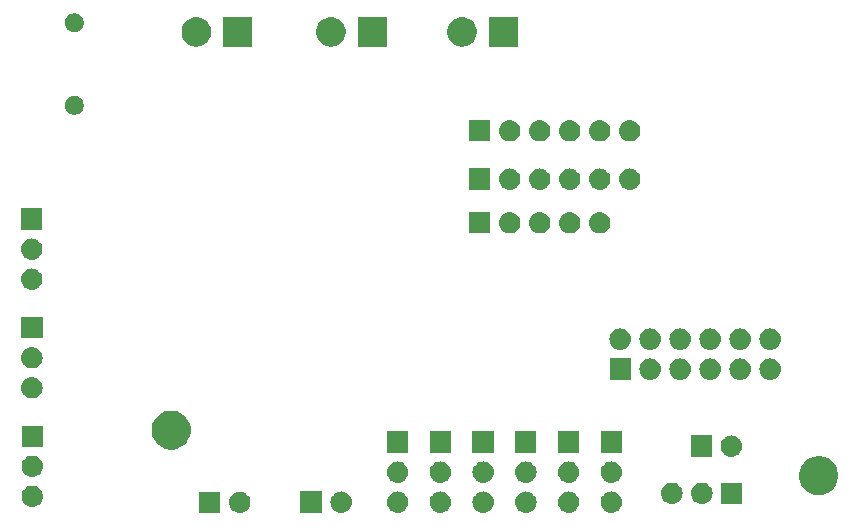
<source format=gbs>
G04 #@! TF.GenerationSoftware,KiCad,Pcbnew,6.0.0-rc1-unknown-170ff66~66~ubuntu18.10.1*
G04 #@! TF.CreationDate,2019-01-13T15:31:38-08:00
G04 #@! TF.ProjectId,EExtruder,45457874-7275-4646-9572-2e6b69636164,rev?*
G04 #@! TF.SameCoordinates,Original*
G04 #@! TF.FileFunction,Soldermask,Bot*
G04 #@! TF.FilePolarity,Negative*
%FSLAX46Y46*%
G04 Gerber Fmt 4.6, Leading zero omitted, Abs format (unit mm)*
G04 Created by KiCad (PCBNEW 6.0.0-rc1-unknown-170ff66~66~ubuntu18.10.1) date Sun 13 Jan 2019 03:31:38 PM PST*
%MOMM*%
%LPD*%
G04 APERTURE LIST*
%ADD10C,0.100000*%
G04 APERTURE END LIST*
D10*
G36*
X148292443Y-127261519D02*
G01*
X148358627Y-127268037D01*
X148471853Y-127302384D01*
X148528467Y-127319557D01*
X148609923Y-127363097D01*
X148684991Y-127403222D01*
X148720729Y-127432552D01*
X148822186Y-127515814D01*
X148905448Y-127617271D01*
X148934778Y-127653009D01*
X148934779Y-127653011D01*
X149018443Y-127809533D01*
X149018443Y-127809534D01*
X149069963Y-127979373D01*
X149087359Y-128156000D01*
X149069963Y-128332627D01*
X149035616Y-128445853D01*
X149018443Y-128502467D01*
X148989294Y-128557000D01*
X148934778Y-128658991D01*
X148905448Y-128694729D01*
X148822186Y-128796186D01*
X148720729Y-128879448D01*
X148684991Y-128908778D01*
X148684989Y-128908779D01*
X148528467Y-128992443D01*
X148471853Y-129009616D01*
X148358627Y-129043963D01*
X148292442Y-129050482D01*
X148226260Y-129057000D01*
X148137740Y-129057000D01*
X148071558Y-129050482D01*
X148005373Y-129043963D01*
X147892147Y-129009616D01*
X147835533Y-128992443D01*
X147679011Y-128908779D01*
X147679009Y-128908778D01*
X147643271Y-128879448D01*
X147541814Y-128796186D01*
X147458552Y-128694729D01*
X147429222Y-128658991D01*
X147374706Y-128557000D01*
X147345557Y-128502467D01*
X147328384Y-128445853D01*
X147294037Y-128332627D01*
X147276641Y-128156000D01*
X147294037Y-127979373D01*
X147345557Y-127809534D01*
X147345557Y-127809533D01*
X147429221Y-127653011D01*
X147429222Y-127653009D01*
X147458552Y-127617271D01*
X147541814Y-127515814D01*
X147643271Y-127432552D01*
X147679009Y-127403222D01*
X147754077Y-127363097D01*
X147835533Y-127319557D01*
X147892147Y-127302384D01*
X148005373Y-127268037D01*
X148071557Y-127261519D01*
X148137740Y-127255000D01*
X148226260Y-127255000D01*
X148292443Y-127261519D01*
X148292443Y-127261519D01*
G37*
G36*
X146543000Y-129057000D02*
G01*
X144741000Y-129057000D01*
X144741000Y-127255000D01*
X146543000Y-127255000D01*
X146543000Y-129057000D01*
X146543000Y-129057000D01*
G37*
G36*
X161654443Y-127248519D02*
G01*
X161720627Y-127255037D01*
X161833853Y-127289384D01*
X161890467Y-127306557D01*
X161996244Y-127363097D01*
X162046991Y-127390222D01*
X162058905Y-127400000D01*
X162184186Y-127502814D01*
X162267448Y-127604271D01*
X162296778Y-127640009D01*
X162296779Y-127640011D01*
X162380443Y-127796533D01*
X162391391Y-127832625D01*
X162431963Y-127966373D01*
X162449359Y-128143000D01*
X162431963Y-128319627D01*
X162404919Y-128408778D01*
X162380443Y-128489467D01*
X162373494Y-128502467D01*
X162296778Y-128645991D01*
X162286109Y-128658991D01*
X162184186Y-128783186D01*
X162082729Y-128866448D01*
X162046991Y-128895778D01*
X162046989Y-128895779D01*
X161890467Y-128979443D01*
X161847611Y-128992443D01*
X161720627Y-129030963D01*
X161654442Y-129037482D01*
X161588260Y-129044000D01*
X161499740Y-129044000D01*
X161433558Y-129037482D01*
X161367373Y-129030963D01*
X161240389Y-128992443D01*
X161197533Y-128979443D01*
X161041011Y-128895779D01*
X161041009Y-128895778D01*
X161005271Y-128866448D01*
X160903814Y-128783186D01*
X160801891Y-128658991D01*
X160791222Y-128645991D01*
X160714506Y-128502467D01*
X160707557Y-128489467D01*
X160683081Y-128408778D01*
X160656037Y-128319627D01*
X160638641Y-128143000D01*
X160656037Y-127966373D01*
X160696609Y-127832625D01*
X160707557Y-127796533D01*
X160791221Y-127640011D01*
X160791222Y-127640009D01*
X160820552Y-127604271D01*
X160903814Y-127502814D01*
X161029095Y-127400000D01*
X161041009Y-127390222D01*
X161091756Y-127363097D01*
X161197533Y-127306557D01*
X161254147Y-127289384D01*
X161367373Y-127255037D01*
X161433557Y-127248519D01*
X161499740Y-127242000D01*
X161588260Y-127242000D01*
X161654443Y-127248519D01*
X161654443Y-127248519D01*
G37*
G36*
X176132443Y-127248519D02*
G01*
X176198627Y-127255037D01*
X176311853Y-127289384D01*
X176368467Y-127306557D01*
X176474244Y-127363097D01*
X176524991Y-127390222D01*
X176536905Y-127400000D01*
X176662186Y-127502814D01*
X176745448Y-127604271D01*
X176774778Y-127640009D01*
X176774779Y-127640011D01*
X176858443Y-127796533D01*
X176869391Y-127832625D01*
X176909963Y-127966373D01*
X176927359Y-128143000D01*
X176909963Y-128319627D01*
X176882919Y-128408778D01*
X176858443Y-128489467D01*
X176851494Y-128502467D01*
X176774778Y-128645991D01*
X176764109Y-128658991D01*
X176662186Y-128783186D01*
X176560729Y-128866448D01*
X176524991Y-128895778D01*
X176524989Y-128895779D01*
X176368467Y-128979443D01*
X176325611Y-128992443D01*
X176198627Y-129030963D01*
X176132442Y-129037482D01*
X176066260Y-129044000D01*
X175977740Y-129044000D01*
X175911558Y-129037482D01*
X175845373Y-129030963D01*
X175718389Y-128992443D01*
X175675533Y-128979443D01*
X175519011Y-128895779D01*
X175519009Y-128895778D01*
X175483271Y-128866448D01*
X175381814Y-128783186D01*
X175279891Y-128658991D01*
X175269222Y-128645991D01*
X175192506Y-128502467D01*
X175185557Y-128489467D01*
X175161081Y-128408778D01*
X175134037Y-128319627D01*
X175116641Y-128143000D01*
X175134037Y-127966373D01*
X175174609Y-127832625D01*
X175185557Y-127796533D01*
X175269221Y-127640011D01*
X175269222Y-127640009D01*
X175298552Y-127604271D01*
X175381814Y-127502814D01*
X175507095Y-127400000D01*
X175519009Y-127390222D01*
X175569756Y-127363097D01*
X175675533Y-127306557D01*
X175732147Y-127289384D01*
X175845373Y-127255037D01*
X175911557Y-127248519D01*
X175977740Y-127242000D01*
X176066260Y-127242000D01*
X176132443Y-127248519D01*
X176132443Y-127248519D01*
G37*
G36*
X168893443Y-127248519D02*
G01*
X168959627Y-127255037D01*
X169072853Y-127289384D01*
X169129467Y-127306557D01*
X169235244Y-127363097D01*
X169285991Y-127390222D01*
X169297905Y-127400000D01*
X169423186Y-127502814D01*
X169506448Y-127604271D01*
X169535778Y-127640009D01*
X169535779Y-127640011D01*
X169619443Y-127796533D01*
X169630391Y-127832625D01*
X169670963Y-127966373D01*
X169688359Y-128143000D01*
X169670963Y-128319627D01*
X169643919Y-128408778D01*
X169619443Y-128489467D01*
X169612494Y-128502467D01*
X169535778Y-128645991D01*
X169525109Y-128658991D01*
X169423186Y-128783186D01*
X169321729Y-128866448D01*
X169285991Y-128895778D01*
X169285989Y-128895779D01*
X169129467Y-128979443D01*
X169086611Y-128992443D01*
X168959627Y-129030963D01*
X168893442Y-129037482D01*
X168827260Y-129044000D01*
X168738740Y-129044000D01*
X168672558Y-129037482D01*
X168606373Y-129030963D01*
X168479389Y-128992443D01*
X168436533Y-128979443D01*
X168280011Y-128895779D01*
X168280009Y-128895778D01*
X168244271Y-128866448D01*
X168142814Y-128783186D01*
X168040891Y-128658991D01*
X168030222Y-128645991D01*
X167953506Y-128502467D01*
X167946557Y-128489467D01*
X167922081Y-128408778D01*
X167895037Y-128319627D01*
X167877641Y-128143000D01*
X167895037Y-127966373D01*
X167935609Y-127832625D01*
X167946557Y-127796533D01*
X168030221Y-127640011D01*
X168030222Y-127640009D01*
X168059552Y-127604271D01*
X168142814Y-127502814D01*
X168268095Y-127400000D01*
X168280009Y-127390222D01*
X168330756Y-127363097D01*
X168436533Y-127306557D01*
X168493147Y-127289384D01*
X168606373Y-127255037D01*
X168672557Y-127248519D01*
X168738740Y-127242000D01*
X168827260Y-127242000D01*
X168893443Y-127248519D01*
X168893443Y-127248519D01*
G37*
G36*
X165274443Y-127248519D02*
G01*
X165340627Y-127255037D01*
X165453853Y-127289384D01*
X165510467Y-127306557D01*
X165616244Y-127363097D01*
X165666991Y-127390222D01*
X165678905Y-127400000D01*
X165804186Y-127502814D01*
X165887448Y-127604271D01*
X165916778Y-127640009D01*
X165916779Y-127640011D01*
X166000443Y-127796533D01*
X166011391Y-127832625D01*
X166051963Y-127966373D01*
X166069359Y-128143000D01*
X166051963Y-128319627D01*
X166024919Y-128408778D01*
X166000443Y-128489467D01*
X165993494Y-128502467D01*
X165916778Y-128645991D01*
X165906109Y-128658991D01*
X165804186Y-128783186D01*
X165702729Y-128866448D01*
X165666991Y-128895778D01*
X165666989Y-128895779D01*
X165510467Y-128979443D01*
X165467611Y-128992443D01*
X165340627Y-129030963D01*
X165274442Y-129037482D01*
X165208260Y-129044000D01*
X165119740Y-129044000D01*
X165053558Y-129037482D01*
X164987373Y-129030963D01*
X164860389Y-128992443D01*
X164817533Y-128979443D01*
X164661011Y-128895779D01*
X164661009Y-128895778D01*
X164625271Y-128866448D01*
X164523814Y-128783186D01*
X164421891Y-128658991D01*
X164411222Y-128645991D01*
X164334506Y-128502467D01*
X164327557Y-128489467D01*
X164303081Y-128408778D01*
X164276037Y-128319627D01*
X164258641Y-128143000D01*
X164276037Y-127966373D01*
X164316609Y-127832625D01*
X164327557Y-127796533D01*
X164411221Y-127640011D01*
X164411222Y-127640009D01*
X164440552Y-127604271D01*
X164523814Y-127502814D01*
X164649095Y-127400000D01*
X164661009Y-127390222D01*
X164711756Y-127363097D01*
X164817533Y-127306557D01*
X164874147Y-127289384D01*
X164987373Y-127255037D01*
X165053557Y-127248519D01*
X165119740Y-127242000D01*
X165208260Y-127242000D01*
X165274443Y-127248519D01*
X165274443Y-127248519D01*
G37*
G36*
X156869443Y-127248519D02*
G01*
X156935627Y-127255037D01*
X157048853Y-127289384D01*
X157105467Y-127306557D01*
X157211244Y-127363097D01*
X157261991Y-127390222D01*
X157273905Y-127400000D01*
X157399186Y-127502814D01*
X157482448Y-127604271D01*
X157511778Y-127640009D01*
X157511779Y-127640011D01*
X157595443Y-127796533D01*
X157606391Y-127832625D01*
X157646963Y-127966373D01*
X157664359Y-128143000D01*
X157646963Y-128319627D01*
X157619919Y-128408778D01*
X157595443Y-128489467D01*
X157588494Y-128502467D01*
X157511778Y-128645991D01*
X157501109Y-128658991D01*
X157399186Y-128783186D01*
X157297729Y-128866448D01*
X157261991Y-128895778D01*
X157261989Y-128895779D01*
X157105467Y-128979443D01*
X157062611Y-128992443D01*
X156935627Y-129030963D01*
X156869442Y-129037482D01*
X156803260Y-129044000D01*
X156714740Y-129044000D01*
X156648558Y-129037482D01*
X156582373Y-129030963D01*
X156455389Y-128992443D01*
X156412533Y-128979443D01*
X156256011Y-128895779D01*
X156256009Y-128895778D01*
X156220271Y-128866448D01*
X156118814Y-128783186D01*
X156016891Y-128658991D01*
X156006222Y-128645991D01*
X155929506Y-128502467D01*
X155922557Y-128489467D01*
X155898081Y-128408778D01*
X155871037Y-128319627D01*
X155853641Y-128143000D01*
X155871037Y-127966373D01*
X155911609Y-127832625D01*
X155922557Y-127796533D01*
X156006221Y-127640011D01*
X156006222Y-127640009D01*
X156035552Y-127604271D01*
X156118814Y-127502814D01*
X156244095Y-127400000D01*
X156256009Y-127390222D01*
X156306756Y-127363097D01*
X156412533Y-127306557D01*
X156469147Y-127289384D01*
X156582373Y-127255037D01*
X156648557Y-127248519D01*
X156714740Y-127242000D01*
X156803260Y-127242000D01*
X156869443Y-127248519D01*
X156869443Y-127248519D01*
G37*
G36*
X155120000Y-129044000D02*
G01*
X153318000Y-129044000D01*
X153318000Y-127242000D01*
X155120000Y-127242000D01*
X155120000Y-129044000D01*
X155120000Y-129044000D01*
G37*
G36*
X179752443Y-127248519D02*
G01*
X179818627Y-127255037D01*
X179931853Y-127289384D01*
X179988467Y-127306557D01*
X180094244Y-127363097D01*
X180144991Y-127390222D01*
X180156905Y-127400000D01*
X180282186Y-127502814D01*
X180365448Y-127604271D01*
X180394778Y-127640009D01*
X180394779Y-127640011D01*
X180478443Y-127796533D01*
X180489391Y-127832625D01*
X180529963Y-127966373D01*
X180547359Y-128143000D01*
X180529963Y-128319627D01*
X180502919Y-128408778D01*
X180478443Y-128489467D01*
X180471494Y-128502467D01*
X180394778Y-128645991D01*
X180384109Y-128658991D01*
X180282186Y-128783186D01*
X180180729Y-128866448D01*
X180144991Y-128895778D01*
X180144989Y-128895779D01*
X179988467Y-128979443D01*
X179945611Y-128992443D01*
X179818627Y-129030963D01*
X179752442Y-129037482D01*
X179686260Y-129044000D01*
X179597740Y-129044000D01*
X179531558Y-129037482D01*
X179465373Y-129030963D01*
X179338389Y-128992443D01*
X179295533Y-128979443D01*
X179139011Y-128895779D01*
X179139009Y-128895778D01*
X179103271Y-128866448D01*
X179001814Y-128783186D01*
X178899891Y-128658991D01*
X178889222Y-128645991D01*
X178812506Y-128502467D01*
X178805557Y-128489467D01*
X178781081Y-128408778D01*
X178754037Y-128319627D01*
X178736641Y-128143000D01*
X178754037Y-127966373D01*
X178794609Y-127832625D01*
X178805557Y-127796533D01*
X178889221Y-127640011D01*
X178889222Y-127640009D01*
X178918552Y-127604271D01*
X179001814Y-127502814D01*
X179127095Y-127400000D01*
X179139009Y-127390222D01*
X179189756Y-127363097D01*
X179295533Y-127306557D01*
X179352147Y-127289384D01*
X179465373Y-127255037D01*
X179531557Y-127248519D01*
X179597740Y-127242000D01*
X179686260Y-127242000D01*
X179752443Y-127248519D01*
X179752443Y-127248519D01*
G37*
G36*
X172512443Y-127248519D02*
G01*
X172578627Y-127255037D01*
X172691853Y-127289384D01*
X172748467Y-127306557D01*
X172854244Y-127363097D01*
X172904991Y-127390222D01*
X172916905Y-127400000D01*
X173042186Y-127502814D01*
X173125448Y-127604271D01*
X173154778Y-127640009D01*
X173154779Y-127640011D01*
X173238443Y-127796533D01*
X173249391Y-127832625D01*
X173289963Y-127966373D01*
X173307359Y-128143000D01*
X173289963Y-128319627D01*
X173262919Y-128408778D01*
X173238443Y-128489467D01*
X173231494Y-128502467D01*
X173154778Y-128645991D01*
X173144109Y-128658991D01*
X173042186Y-128783186D01*
X172940729Y-128866448D01*
X172904991Y-128895778D01*
X172904989Y-128895779D01*
X172748467Y-128979443D01*
X172705611Y-128992443D01*
X172578627Y-129030963D01*
X172512442Y-129037482D01*
X172446260Y-129044000D01*
X172357740Y-129044000D01*
X172291558Y-129037482D01*
X172225373Y-129030963D01*
X172098389Y-128992443D01*
X172055533Y-128979443D01*
X171899011Y-128895779D01*
X171899009Y-128895778D01*
X171863271Y-128866448D01*
X171761814Y-128783186D01*
X171659891Y-128658991D01*
X171649222Y-128645991D01*
X171572506Y-128502467D01*
X171565557Y-128489467D01*
X171541081Y-128408778D01*
X171514037Y-128319627D01*
X171496641Y-128143000D01*
X171514037Y-127966373D01*
X171554609Y-127832625D01*
X171565557Y-127796533D01*
X171649221Y-127640011D01*
X171649222Y-127640009D01*
X171678552Y-127604271D01*
X171761814Y-127502814D01*
X171887095Y-127400000D01*
X171899009Y-127390222D01*
X171949756Y-127363097D01*
X172055533Y-127306557D01*
X172112147Y-127289384D01*
X172225373Y-127255037D01*
X172291557Y-127248519D01*
X172357740Y-127242000D01*
X172446260Y-127242000D01*
X172512443Y-127248519D01*
X172512443Y-127248519D01*
G37*
G36*
X130717443Y-126761519D02*
G01*
X130783627Y-126768037D01*
X130896853Y-126802384D01*
X130953467Y-126819557D01*
X131092087Y-126893652D01*
X131109991Y-126903222D01*
X131145729Y-126932552D01*
X131247186Y-127015814D01*
X131330448Y-127117271D01*
X131359778Y-127153009D01*
X131359779Y-127153011D01*
X131443443Y-127309533D01*
X131459691Y-127363097D01*
X131494963Y-127479373D01*
X131512359Y-127656000D01*
X131494963Y-127832627D01*
X131473619Y-127902989D01*
X131443443Y-128002467D01*
X131423282Y-128040185D01*
X131359778Y-128158991D01*
X131330448Y-128194729D01*
X131247186Y-128296186D01*
X131145729Y-128379448D01*
X131109991Y-128408778D01*
X131109989Y-128408779D01*
X130953467Y-128492443D01*
X130896853Y-128509616D01*
X130783627Y-128543963D01*
X130717443Y-128550481D01*
X130651260Y-128557000D01*
X130562740Y-128557000D01*
X130496557Y-128550481D01*
X130430373Y-128543963D01*
X130317147Y-128509616D01*
X130260533Y-128492443D01*
X130104011Y-128408779D01*
X130104009Y-128408778D01*
X130068271Y-128379448D01*
X129966814Y-128296186D01*
X129883552Y-128194729D01*
X129854222Y-128158991D01*
X129790718Y-128040185D01*
X129770557Y-128002467D01*
X129740381Y-127902989D01*
X129719037Y-127832627D01*
X129701641Y-127656000D01*
X129719037Y-127479373D01*
X129754309Y-127363097D01*
X129770557Y-127309533D01*
X129854221Y-127153011D01*
X129854222Y-127153009D01*
X129883552Y-127117271D01*
X129966814Y-127015814D01*
X130068271Y-126932552D01*
X130104009Y-126903222D01*
X130121913Y-126893652D01*
X130260533Y-126819557D01*
X130317147Y-126802384D01*
X130430373Y-126768037D01*
X130496557Y-126761519D01*
X130562740Y-126755000D01*
X130651260Y-126755000D01*
X130717443Y-126761519D01*
X130717443Y-126761519D01*
G37*
G36*
X184855025Y-126504000D02*
G01*
X184936627Y-126512037D01*
X185049853Y-126546384D01*
X185106467Y-126563557D01*
X185245087Y-126637652D01*
X185262991Y-126647222D01*
X185298729Y-126676552D01*
X185400186Y-126759814D01*
X185483448Y-126861271D01*
X185512778Y-126897009D01*
X185512779Y-126897011D01*
X185596443Y-127053533D01*
X185596443Y-127053534D01*
X185647963Y-127223373D01*
X185665359Y-127400000D01*
X185647963Y-127576627D01*
X185613616Y-127689853D01*
X185596443Y-127746467D01*
X185569681Y-127796534D01*
X185512778Y-127902991D01*
X185483448Y-127938729D01*
X185400186Y-128040186D01*
X185298729Y-128123448D01*
X185262991Y-128152778D01*
X185262989Y-128152779D01*
X185106467Y-128236443D01*
X185049853Y-128253616D01*
X184936627Y-128287963D01*
X184870443Y-128294481D01*
X184804260Y-128301000D01*
X184715740Y-128301000D01*
X184649557Y-128294481D01*
X184583373Y-128287963D01*
X184470147Y-128253616D01*
X184413533Y-128236443D01*
X184257011Y-128152779D01*
X184257009Y-128152778D01*
X184221271Y-128123448D01*
X184119814Y-128040186D01*
X184036552Y-127938729D01*
X184007222Y-127902991D01*
X183950319Y-127796534D01*
X183923557Y-127746467D01*
X183906384Y-127689853D01*
X183872037Y-127576627D01*
X183854641Y-127400000D01*
X183872037Y-127223373D01*
X183923557Y-127053534D01*
X183923557Y-127053533D01*
X184007221Y-126897011D01*
X184007222Y-126897009D01*
X184036552Y-126861271D01*
X184119814Y-126759814D01*
X184221271Y-126676552D01*
X184257009Y-126647222D01*
X184274913Y-126637652D01*
X184413533Y-126563557D01*
X184470147Y-126546384D01*
X184583373Y-126512037D01*
X184664975Y-126504000D01*
X184715740Y-126499000D01*
X184804260Y-126499000D01*
X184855025Y-126504000D01*
X184855025Y-126504000D01*
G37*
G36*
X190741000Y-128301000D02*
G01*
X188939000Y-128301000D01*
X188939000Y-126499000D01*
X190741000Y-126499000D01*
X190741000Y-128301000D01*
X190741000Y-128301000D01*
G37*
G36*
X187395025Y-126504000D02*
G01*
X187476627Y-126512037D01*
X187589853Y-126546384D01*
X187646467Y-126563557D01*
X187785087Y-126637652D01*
X187802991Y-126647222D01*
X187838729Y-126676552D01*
X187940186Y-126759814D01*
X188023448Y-126861271D01*
X188052778Y-126897009D01*
X188052779Y-126897011D01*
X188136443Y-127053533D01*
X188136443Y-127053534D01*
X188187963Y-127223373D01*
X188205359Y-127400000D01*
X188187963Y-127576627D01*
X188153616Y-127689853D01*
X188136443Y-127746467D01*
X188109681Y-127796534D01*
X188052778Y-127902991D01*
X188023448Y-127938729D01*
X187940186Y-128040186D01*
X187838729Y-128123448D01*
X187802991Y-128152778D01*
X187802989Y-128152779D01*
X187646467Y-128236443D01*
X187589853Y-128253616D01*
X187476627Y-128287963D01*
X187410443Y-128294481D01*
X187344260Y-128301000D01*
X187255740Y-128301000D01*
X187189557Y-128294481D01*
X187123373Y-128287963D01*
X187010147Y-128253616D01*
X186953533Y-128236443D01*
X186797011Y-128152779D01*
X186797009Y-128152778D01*
X186761271Y-128123448D01*
X186659814Y-128040186D01*
X186576552Y-127938729D01*
X186547222Y-127902991D01*
X186490319Y-127796534D01*
X186463557Y-127746467D01*
X186446384Y-127689853D01*
X186412037Y-127576627D01*
X186394641Y-127400000D01*
X186412037Y-127223373D01*
X186463557Y-127053534D01*
X186463557Y-127053533D01*
X186547221Y-126897011D01*
X186547222Y-126897009D01*
X186576552Y-126861271D01*
X186659814Y-126759814D01*
X186761271Y-126676552D01*
X186797009Y-126647222D01*
X186814913Y-126637652D01*
X186953533Y-126563557D01*
X187010147Y-126546384D01*
X187123373Y-126512037D01*
X187204975Y-126504000D01*
X187255740Y-126499000D01*
X187344260Y-126499000D01*
X187395025Y-126504000D01*
X187395025Y-126504000D01*
G37*
G36*
X197575256Y-124291298D02*
G01*
X197681579Y-124312447D01*
X197982042Y-124436903D01*
X198245603Y-124613009D01*
X198252454Y-124617587D01*
X198482413Y-124847546D01*
X198482415Y-124847549D01*
X198663097Y-125117958D01*
X198735447Y-125292625D01*
X198787553Y-125418422D01*
X198851000Y-125737389D01*
X198851000Y-126062611D01*
X198842371Y-126105991D01*
X198787553Y-126381579D01*
X198663097Y-126682042D01*
X198515309Y-126903222D01*
X198482413Y-126952454D01*
X198252454Y-127182413D01*
X198252451Y-127182415D01*
X197982042Y-127363097D01*
X197681579Y-127487553D01*
X197575256Y-127508702D01*
X197362611Y-127551000D01*
X197037389Y-127551000D01*
X196824744Y-127508702D01*
X196718421Y-127487553D01*
X196417958Y-127363097D01*
X196147549Y-127182415D01*
X196147546Y-127182413D01*
X195917587Y-126952454D01*
X195884691Y-126903222D01*
X195736903Y-126682042D01*
X195612447Y-126381579D01*
X195557629Y-126105991D01*
X195549000Y-126062611D01*
X195549000Y-125737389D01*
X195612447Y-125418422D01*
X195664554Y-125292625D01*
X195736903Y-125117958D01*
X195917585Y-124847549D01*
X195917587Y-124847546D01*
X196147546Y-124617587D01*
X196154397Y-124613009D01*
X196417958Y-124436903D01*
X196718421Y-124312447D01*
X196824744Y-124291298D01*
X197037389Y-124249000D01*
X197362611Y-124249000D01*
X197575256Y-124291298D01*
X197575256Y-124291298D01*
G37*
G36*
X179752442Y-124708518D02*
G01*
X179818627Y-124715037D01*
X179931853Y-124749384D01*
X179988467Y-124766557D01*
X179994036Y-124769534D01*
X180144991Y-124850222D01*
X180180729Y-124879552D01*
X180282186Y-124962814D01*
X180365448Y-125064271D01*
X180394778Y-125100009D01*
X180394779Y-125100011D01*
X180478443Y-125256533D01*
X180478443Y-125256534D01*
X180529963Y-125426373D01*
X180547359Y-125603000D01*
X180529963Y-125779627D01*
X180502919Y-125868778D01*
X180478443Y-125949467D01*
X180476852Y-125952443D01*
X180394778Y-126105991D01*
X180365448Y-126141729D01*
X180282186Y-126243186D01*
X180180729Y-126326448D01*
X180144991Y-126355778D01*
X180144989Y-126355779D01*
X179988467Y-126439443D01*
X179931853Y-126456616D01*
X179818627Y-126490963D01*
X179752442Y-126497482D01*
X179686260Y-126504000D01*
X179597740Y-126504000D01*
X179531558Y-126497482D01*
X179465373Y-126490963D01*
X179352147Y-126456616D01*
X179295533Y-126439443D01*
X179139011Y-126355779D01*
X179139009Y-126355778D01*
X179103271Y-126326448D01*
X179001814Y-126243186D01*
X178918552Y-126141729D01*
X178889222Y-126105991D01*
X178807148Y-125952443D01*
X178805557Y-125949467D01*
X178781081Y-125868778D01*
X178754037Y-125779627D01*
X178736641Y-125603000D01*
X178754037Y-125426373D01*
X178805557Y-125256534D01*
X178805557Y-125256533D01*
X178889221Y-125100011D01*
X178889222Y-125100009D01*
X178918552Y-125064271D01*
X179001814Y-124962814D01*
X179103271Y-124879552D01*
X179139009Y-124850222D01*
X179289964Y-124769534D01*
X179295533Y-124766557D01*
X179352147Y-124749384D01*
X179465373Y-124715037D01*
X179531558Y-124708518D01*
X179597740Y-124702000D01*
X179686260Y-124702000D01*
X179752442Y-124708518D01*
X179752442Y-124708518D01*
G37*
G36*
X161654442Y-124708518D02*
G01*
X161720627Y-124715037D01*
X161833853Y-124749384D01*
X161890467Y-124766557D01*
X161896036Y-124769534D01*
X162046991Y-124850222D01*
X162082729Y-124879552D01*
X162184186Y-124962814D01*
X162267448Y-125064271D01*
X162296778Y-125100009D01*
X162296779Y-125100011D01*
X162380443Y-125256533D01*
X162380443Y-125256534D01*
X162431963Y-125426373D01*
X162449359Y-125603000D01*
X162431963Y-125779627D01*
X162404919Y-125868778D01*
X162380443Y-125949467D01*
X162378852Y-125952443D01*
X162296778Y-126105991D01*
X162267448Y-126141729D01*
X162184186Y-126243186D01*
X162082729Y-126326448D01*
X162046991Y-126355778D01*
X162046989Y-126355779D01*
X161890467Y-126439443D01*
X161833853Y-126456616D01*
X161720627Y-126490963D01*
X161654442Y-126497482D01*
X161588260Y-126504000D01*
X161499740Y-126504000D01*
X161433558Y-126497482D01*
X161367373Y-126490963D01*
X161254147Y-126456616D01*
X161197533Y-126439443D01*
X161041011Y-126355779D01*
X161041009Y-126355778D01*
X161005271Y-126326448D01*
X160903814Y-126243186D01*
X160820552Y-126141729D01*
X160791222Y-126105991D01*
X160709148Y-125952443D01*
X160707557Y-125949467D01*
X160683081Y-125868778D01*
X160656037Y-125779627D01*
X160638641Y-125603000D01*
X160656037Y-125426373D01*
X160707557Y-125256534D01*
X160707557Y-125256533D01*
X160791221Y-125100011D01*
X160791222Y-125100009D01*
X160820552Y-125064271D01*
X160903814Y-124962814D01*
X161005271Y-124879552D01*
X161041009Y-124850222D01*
X161191964Y-124769534D01*
X161197533Y-124766557D01*
X161254147Y-124749384D01*
X161367373Y-124715037D01*
X161433558Y-124708518D01*
X161499740Y-124702000D01*
X161588260Y-124702000D01*
X161654442Y-124708518D01*
X161654442Y-124708518D01*
G37*
G36*
X165274442Y-124708518D02*
G01*
X165340627Y-124715037D01*
X165453853Y-124749384D01*
X165510467Y-124766557D01*
X165516036Y-124769534D01*
X165666991Y-124850222D01*
X165702729Y-124879552D01*
X165804186Y-124962814D01*
X165887448Y-125064271D01*
X165916778Y-125100009D01*
X165916779Y-125100011D01*
X166000443Y-125256533D01*
X166000443Y-125256534D01*
X166051963Y-125426373D01*
X166069359Y-125603000D01*
X166051963Y-125779627D01*
X166024919Y-125868778D01*
X166000443Y-125949467D01*
X165998852Y-125952443D01*
X165916778Y-126105991D01*
X165887448Y-126141729D01*
X165804186Y-126243186D01*
X165702729Y-126326448D01*
X165666991Y-126355778D01*
X165666989Y-126355779D01*
X165510467Y-126439443D01*
X165453853Y-126456616D01*
X165340627Y-126490963D01*
X165274442Y-126497482D01*
X165208260Y-126504000D01*
X165119740Y-126504000D01*
X165053558Y-126497482D01*
X164987373Y-126490963D01*
X164874147Y-126456616D01*
X164817533Y-126439443D01*
X164661011Y-126355779D01*
X164661009Y-126355778D01*
X164625271Y-126326448D01*
X164523814Y-126243186D01*
X164440552Y-126141729D01*
X164411222Y-126105991D01*
X164329148Y-125952443D01*
X164327557Y-125949467D01*
X164303081Y-125868778D01*
X164276037Y-125779627D01*
X164258641Y-125603000D01*
X164276037Y-125426373D01*
X164327557Y-125256534D01*
X164327557Y-125256533D01*
X164411221Y-125100011D01*
X164411222Y-125100009D01*
X164440552Y-125064271D01*
X164523814Y-124962814D01*
X164625271Y-124879552D01*
X164661009Y-124850222D01*
X164811964Y-124769534D01*
X164817533Y-124766557D01*
X164874147Y-124749384D01*
X164987373Y-124715037D01*
X165053558Y-124708518D01*
X165119740Y-124702000D01*
X165208260Y-124702000D01*
X165274442Y-124708518D01*
X165274442Y-124708518D01*
G37*
G36*
X168893442Y-124708518D02*
G01*
X168959627Y-124715037D01*
X169072853Y-124749384D01*
X169129467Y-124766557D01*
X169135036Y-124769534D01*
X169285991Y-124850222D01*
X169321729Y-124879552D01*
X169423186Y-124962814D01*
X169506448Y-125064271D01*
X169535778Y-125100009D01*
X169535779Y-125100011D01*
X169619443Y-125256533D01*
X169619443Y-125256534D01*
X169670963Y-125426373D01*
X169688359Y-125603000D01*
X169670963Y-125779627D01*
X169643919Y-125868778D01*
X169619443Y-125949467D01*
X169617852Y-125952443D01*
X169535778Y-126105991D01*
X169506448Y-126141729D01*
X169423186Y-126243186D01*
X169321729Y-126326448D01*
X169285991Y-126355778D01*
X169285989Y-126355779D01*
X169129467Y-126439443D01*
X169072853Y-126456616D01*
X168959627Y-126490963D01*
X168893442Y-126497482D01*
X168827260Y-126504000D01*
X168738740Y-126504000D01*
X168672558Y-126497482D01*
X168606373Y-126490963D01*
X168493147Y-126456616D01*
X168436533Y-126439443D01*
X168280011Y-126355779D01*
X168280009Y-126355778D01*
X168244271Y-126326448D01*
X168142814Y-126243186D01*
X168059552Y-126141729D01*
X168030222Y-126105991D01*
X167948148Y-125952443D01*
X167946557Y-125949467D01*
X167922081Y-125868778D01*
X167895037Y-125779627D01*
X167877641Y-125603000D01*
X167895037Y-125426373D01*
X167946557Y-125256534D01*
X167946557Y-125256533D01*
X168030221Y-125100011D01*
X168030222Y-125100009D01*
X168059552Y-125064271D01*
X168142814Y-124962814D01*
X168244271Y-124879552D01*
X168280009Y-124850222D01*
X168430964Y-124769534D01*
X168436533Y-124766557D01*
X168493147Y-124749384D01*
X168606373Y-124715037D01*
X168672558Y-124708518D01*
X168738740Y-124702000D01*
X168827260Y-124702000D01*
X168893442Y-124708518D01*
X168893442Y-124708518D01*
G37*
G36*
X176132442Y-124708518D02*
G01*
X176198627Y-124715037D01*
X176311853Y-124749384D01*
X176368467Y-124766557D01*
X176374036Y-124769534D01*
X176524991Y-124850222D01*
X176560729Y-124879552D01*
X176662186Y-124962814D01*
X176745448Y-125064271D01*
X176774778Y-125100009D01*
X176774779Y-125100011D01*
X176858443Y-125256533D01*
X176858443Y-125256534D01*
X176909963Y-125426373D01*
X176927359Y-125603000D01*
X176909963Y-125779627D01*
X176882919Y-125868778D01*
X176858443Y-125949467D01*
X176856852Y-125952443D01*
X176774778Y-126105991D01*
X176745448Y-126141729D01*
X176662186Y-126243186D01*
X176560729Y-126326448D01*
X176524991Y-126355778D01*
X176524989Y-126355779D01*
X176368467Y-126439443D01*
X176311853Y-126456616D01*
X176198627Y-126490963D01*
X176132442Y-126497482D01*
X176066260Y-126504000D01*
X175977740Y-126504000D01*
X175911558Y-126497482D01*
X175845373Y-126490963D01*
X175732147Y-126456616D01*
X175675533Y-126439443D01*
X175519011Y-126355779D01*
X175519009Y-126355778D01*
X175483271Y-126326448D01*
X175381814Y-126243186D01*
X175298552Y-126141729D01*
X175269222Y-126105991D01*
X175187148Y-125952443D01*
X175185557Y-125949467D01*
X175161081Y-125868778D01*
X175134037Y-125779627D01*
X175116641Y-125603000D01*
X175134037Y-125426373D01*
X175185557Y-125256534D01*
X175185557Y-125256533D01*
X175269221Y-125100011D01*
X175269222Y-125100009D01*
X175298552Y-125064271D01*
X175381814Y-124962814D01*
X175483271Y-124879552D01*
X175519009Y-124850222D01*
X175669964Y-124769534D01*
X175675533Y-124766557D01*
X175732147Y-124749384D01*
X175845373Y-124715037D01*
X175911558Y-124708518D01*
X175977740Y-124702000D01*
X176066260Y-124702000D01*
X176132442Y-124708518D01*
X176132442Y-124708518D01*
G37*
G36*
X172512442Y-124708518D02*
G01*
X172578627Y-124715037D01*
X172691853Y-124749384D01*
X172748467Y-124766557D01*
X172754036Y-124769534D01*
X172904991Y-124850222D01*
X172940729Y-124879552D01*
X173042186Y-124962814D01*
X173125448Y-125064271D01*
X173154778Y-125100009D01*
X173154779Y-125100011D01*
X173238443Y-125256533D01*
X173238443Y-125256534D01*
X173289963Y-125426373D01*
X173307359Y-125603000D01*
X173289963Y-125779627D01*
X173262919Y-125868778D01*
X173238443Y-125949467D01*
X173236852Y-125952443D01*
X173154778Y-126105991D01*
X173125448Y-126141729D01*
X173042186Y-126243186D01*
X172940729Y-126326448D01*
X172904991Y-126355778D01*
X172904989Y-126355779D01*
X172748467Y-126439443D01*
X172691853Y-126456616D01*
X172578627Y-126490963D01*
X172512442Y-126497482D01*
X172446260Y-126504000D01*
X172357740Y-126504000D01*
X172291558Y-126497482D01*
X172225373Y-126490963D01*
X172112147Y-126456616D01*
X172055533Y-126439443D01*
X171899011Y-126355779D01*
X171899009Y-126355778D01*
X171863271Y-126326448D01*
X171761814Y-126243186D01*
X171678552Y-126141729D01*
X171649222Y-126105991D01*
X171567148Y-125952443D01*
X171565557Y-125949467D01*
X171541081Y-125868778D01*
X171514037Y-125779627D01*
X171496641Y-125603000D01*
X171514037Y-125426373D01*
X171565557Y-125256534D01*
X171565557Y-125256533D01*
X171649221Y-125100011D01*
X171649222Y-125100009D01*
X171678552Y-125064271D01*
X171761814Y-124962814D01*
X171863271Y-124879552D01*
X171899009Y-124850222D01*
X172049964Y-124769534D01*
X172055533Y-124766557D01*
X172112147Y-124749384D01*
X172225373Y-124715037D01*
X172291558Y-124708518D01*
X172357740Y-124702000D01*
X172446260Y-124702000D01*
X172512442Y-124708518D01*
X172512442Y-124708518D01*
G37*
G36*
X130717442Y-124221518D02*
G01*
X130783627Y-124228037D01*
X130896853Y-124262384D01*
X130953467Y-124279557D01*
X131092087Y-124353652D01*
X131109991Y-124363222D01*
X131145729Y-124392552D01*
X131247186Y-124475814D01*
X131330448Y-124577271D01*
X131359778Y-124613009D01*
X131359779Y-124613011D01*
X131443443Y-124769533D01*
X131443443Y-124769534D01*
X131494963Y-124939373D01*
X131512359Y-125116000D01*
X131494963Y-125292627D01*
X131460616Y-125405853D01*
X131443443Y-125462467D01*
X131369348Y-125601087D01*
X131359778Y-125618991D01*
X131330448Y-125654729D01*
X131247186Y-125756186D01*
X131145729Y-125839448D01*
X131109991Y-125868778D01*
X131109989Y-125868779D01*
X130953467Y-125952443D01*
X130896853Y-125969616D01*
X130783627Y-126003963D01*
X130717443Y-126010481D01*
X130651260Y-126017000D01*
X130562740Y-126017000D01*
X130496557Y-126010481D01*
X130430373Y-126003963D01*
X130317147Y-125969616D01*
X130260533Y-125952443D01*
X130104011Y-125868779D01*
X130104009Y-125868778D01*
X130068271Y-125839448D01*
X129966814Y-125756186D01*
X129883552Y-125654729D01*
X129854222Y-125618991D01*
X129844652Y-125601087D01*
X129770557Y-125462467D01*
X129753384Y-125405853D01*
X129719037Y-125292627D01*
X129701641Y-125116000D01*
X129719037Y-124939373D01*
X129770557Y-124769534D01*
X129770557Y-124769533D01*
X129854221Y-124613011D01*
X129854222Y-124613009D01*
X129883552Y-124577271D01*
X129966814Y-124475814D01*
X130068271Y-124392552D01*
X130104009Y-124363222D01*
X130121913Y-124353652D01*
X130260533Y-124279557D01*
X130317147Y-124262384D01*
X130430373Y-124228037D01*
X130496558Y-124221518D01*
X130562740Y-124215000D01*
X130651260Y-124215000D01*
X130717442Y-124221518D01*
X130717442Y-124221518D01*
G37*
G36*
X189910443Y-122505519D02*
G01*
X189976627Y-122512037D01*
X190089853Y-122546384D01*
X190146467Y-122563557D01*
X190285087Y-122637652D01*
X190302991Y-122647222D01*
X190338729Y-122676552D01*
X190440186Y-122759814D01*
X190496997Y-122829040D01*
X190552778Y-122897009D01*
X190552779Y-122897011D01*
X190636443Y-123053533D01*
X190636443Y-123053534D01*
X190687963Y-123223373D01*
X190705359Y-123400000D01*
X190687963Y-123576627D01*
X190670391Y-123634553D01*
X190636443Y-123746467D01*
X190562348Y-123885087D01*
X190552778Y-123902991D01*
X190523448Y-123938729D01*
X190440186Y-124040186D01*
X190338729Y-124123448D01*
X190302991Y-124152778D01*
X190302989Y-124152779D01*
X190146467Y-124236443D01*
X190105071Y-124249000D01*
X189976627Y-124287963D01*
X189910443Y-124294481D01*
X189844260Y-124301000D01*
X189755740Y-124301000D01*
X189689557Y-124294481D01*
X189623373Y-124287963D01*
X189494929Y-124249000D01*
X189453533Y-124236443D01*
X189297011Y-124152779D01*
X189297009Y-124152778D01*
X189261271Y-124123448D01*
X189159814Y-124040186D01*
X189076552Y-123938729D01*
X189047222Y-123902991D01*
X189037652Y-123885087D01*
X188963557Y-123746467D01*
X188929609Y-123634553D01*
X188912037Y-123576627D01*
X188894641Y-123400000D01*
X188912037Y-123223373D01*
X188963557Y-123053534D01*
X188963557Y-123053533D01*
X189047221Y-122897011D01*
X189047222Y-122897009D01*
X189103003Y-122829040D01*
X189159814Y-122759814D01*
X189261271Y-122676552D01*
X189297009Y-122647222D01*
X189314913Y-122637652D01*
X189453533Y-122563557D01*
X189510147Y-122546384D01*
X189623373Y-122512037D01*
X189689557Y-122505519D01*
X189755740Y-122499000D01*
X189844260Y-122499000D01*
X189910443Y-122505519D01*
X189910443Y-122505519D01*
G37*
G36*
X188161000Y-124301000D02*
G01*
X186359000Y-124301000D01*
X186359000Y-122499000D01*
X188161000Y-122499000D01*
X188161000Y-124301000D01*
X188161000Y-124301000D01*
G37*
G36*
X176923000Y-123964000D02*
G01*
X175121000Y-123964000D01*
X175121000Y-122162000D01*
X176923000Y-122162000D01*
X176923000Y-123964000D01*
X176923000Y-123964000D01*
G37*
G36*
X169684000Y-123964000D02*
G01*
X167882000Y-123964000D01*
X167882000Y-122162000D01*
X169684000Y-122162000D01*
X169684000Y-123964000D01*
X169684000Y-123964000D01*
G37*
G36*
X166065000Y-123964000D02*
G01*
X164263000Y-123964000D01*
X164263000Y-122162000D01*
X166065000Y-122162000D01*
X166065000Y-123964000D01*
X166065000Y-123964000D01*
G37*
G36*
X173303000Y-123964000D02*
G01*
X171501000Y-123964000D01*
X171501000Y-122162000D01*
X173303000Y-122162000D01*
X173303000Y-123964000D01*
X173303000Y-123964000D01*
G37*
G36*
X162445000Y-123964000D02*
G01*
X160643000Y-123964000D01*
X160643000Y-122162000D01*
X162445000Y-122162000D01*
X162445000Y-123964000D01*
X162445000Y-123964000D01*
G37*
G36*
X180543000Y-123964000D02*
G01*
X178741000Y-123964000D01*
X178741000Y-122162000D01*
X180543000Y-122162000D01*
X180543000Y-123964000D01*
X180543000Y-123964000D01*
G37*
G36*
X142742256Y-120438298D02*
G01*
X142848579Y-120459447D01*
X143149042Y-120583903D01*
X143415852Y-120762180D01*
X143419454Y-120764587D01*
X143649413Y-120994546D01*
X143649415Y-120994549D01*
X143830097Y-121264958D01*
X143954553Y-121565421D01*
X144018000Y-121884391D01*
X144018000Y-122209609D01*
X143954553Y-122528579D01*
X143830097Y-122829042D01*
X143680096Y-123053534D01*
X143649413Y-123099454D01*
X143419454Y-123329413D01*
X143419451Y-123329415D01*
X143149042Y-123510097D01*
X142848579Y-123634553D01*
X142742256Y-123655702D01*
X142529611Y-123698000D01*
X142204389Y-123698000D01*
X141991744Y-123655702D01*
X141885421Y-123634553D01*
X141584958Y-123510097D01*
X141314549Y-123329415D01*
X141314546Y-123329413D01*
X141084587Y-123099454D01*
X141053904Y-123053534D01*
X140903903Y-122829042D01*
X140779447Y-122528579D01*
X140716000Y-122209609D01*
X140716000Y-121884391D01*
X140779447Y-121565421D01*
X140903903Y-121264958D01*
X141084585Y-120994549D01*
X141084587Y-120994546D01*
X141314546Y-120764587D01*
X141318148Y-120762180D01*
X141584958Y-120583903D01*
X141885421Y-120459447D01*
X141991744Y-120438298D01*
X142204389Y-120396000D01*
X142529611Y-120396000D01*
X142742256Y-120438298D01*
X142742256Y-120438298D01*
G37*
G36*
X131508000Y-123477000D02*
G01*
X129706000Y-123477000D01*
X129706000Y-121675000D01*
X131508000Y-121675000D01*
X131508000Y-123477000D01*
X131508000Y-123477000D01*
G37*
G36*
X130690443Y-117573519D02*
G01*
X130756627Y-117580037D01*
X130869853Y-117614384D01*
X130926467Y-117631557D01*
X130987426Y-117664141D01*
X131082991Y-117715222D01*
X131118729Y-117744552D01*
X131220186Y-117827814D01*
X131303448Y-117929271D01*
X131332778Y-117965009D01*
X131332779Y-117965011D01*
X131416443Y-118121533D01*
X131416443Y-118121534D01*
X131467963Y-118291373D01*
X131485359Y-118468000D01*
X131467963Y-118644627D01*
X131433616Y-118757853D01*
X131416443Y-118814467D01*
X131342348Y-118953087D01*
X131332778Y-118970991D01*
X131303448Y-119006729D01*
X131220186Y-119108186D01*
X131118729Y-119191448D01*
X131082991Y-119220778D01*
X131082989Y-119220779D01*
X130926467Y-119304443D01*
X130869853Y-119321616D01*
X130756627Y-119355963D01*
X130690443Y-119362481D01*
X130624260Y-119369000D01*
X130535740Y-119369000D01*
X130469557Y-119362481D01*
X130403373Y-119355963D01*
X130290147Y-119321616D01*
X130233533Y-119304443D01*
X130077011Y-119220779D01*
X130077009Y-119220778D01*
X130041271Y-119191448D01*
X129939814Y-119108186D01*
X129856552Y-119006729D01*
X129827222Y-118970991D01*
X129817652Y-118953087D01*
X129743557Y-118814467D01*
X129726384Y-118757853D01*
X129692037Y-118644627D01*
X129674641Y-118468000D01*
X129692037Y-118291373D01*
X129743557Y-118121534D01*
X129743557Y-118121533D01*
X129827221Y-117965011D01*
X129827222Y-117965009D01*
X129856552Y-117929271D01*
X129939814Y-117827814D01*
X130041271Y-117744552D01*
X130077009Y-117715222D01*
X130172574Y-117664141D01*
X130233533Y-117631557D01*
X130290147Y-117614384D01*
X130403373Y-117580037D01*
X130469557Y-117573519D01*
X130535740Y-117567000D01*
X130624260Y-117567000D01*
X130690443Y-117573519D01*
X130690443Y-117573519D01*
G37*
G36*
X183119294Y-115998633D02*
G01*
X183291694Y-116050931D01*
X183291696Y-116050932D01*
X183450583Y-116135859D01*
X183589849Y-116250151D01*
X183704141Y-116389417D01*
X183789068Y-116548304D01*
X183789069Y-116548306D01*
X183841367Y-116720706D01*
X183859025Y-116900000D01*
X183841367Y-117079294D01*
X183789069Y-117251694D01*
X183789068Y-117251696D01*
X183704141Y-117410583D01*
X183589849Y-117549849D01*
X183450583Y-117664141D01*
X183355019Y-117715221D01*
X183291694Y-117749069D01*
X183119294Y-117801367D01*
X182984931Y-117814600D01*
X182895069Y-117814600D01*
X182760706Y-117801367D01*
X182588306Y-117749069D01*
X182524981Y-117715221D01*
X182429417Y-117664141D01*
X182290151Y-117549849D01*
X182175859Y-117410583D01*
X182090932Y-117251696D01*
X182090931Y-117251694D01*
X182038633Y-117079294D01*
X182020975Y-116900000D01*
X182038633Y-116720706D01*
X182090931Y-116548306D01*
X182090932Y-116548304D01*
X182175859Y-116389417D01*
X182290151Y-116250151D01*
X182429417Y-116135859D01*
X182588304Y-116050932D01*
X182588306Y-116050931D01*
X182760706Y-115998633D01*
X182895069Y-115985400D01*
X182984931Y-115985400D01*
X183119294Y-115998633D01*
X183119294Y-115998633D01*
G37*
G36*
X185659294Y-115998633D02*
G01*
X185831694Y-116050931D01*
X185831696Y-116050932D01*
X185990583Y-116135859D01*
X186129849Y-116250151D01*
X186244141Y-116389417D01*
X186329068Y-116548304D01*
X186329069Y-116548306D01*
X186381367Y-116720706D01*
X186399025Y-116900000D01*
X186381367Y-117079294D01*
X186329069Y-117251694D01*
X186329068Y-117251696D01*
X186244141Y-117410583D01*
X186129849Y-117549849D01*
X185990583Y-117664141D01*
X185895019Y-117715221D01*
X185831694Y-117749069D01*
X185659294Y-117801367D01*
X185524931Y-117814600D01*
X185435069Y-117814600D01*
X185300706Y-117801367D01*
X185128306Y-117749069D01*
X185064981Y-117715221D01*
X184969417Y-117664141D01*
X184830151Y-117549849D01*
X184715859Y-117410583D01*
X184630932Y-117251696D01*
X184630931Y-117251694D01*
X184578633Y-117079294D01*
X184560975Y-116900000D01*
X184578633Y-116720706D01*
X184630931Y-116548306D01*
X184630932Y-116548304D01*
X184715859Y-116389417D01*
X184830151Y-116250151D01*
X184969417Y-116135859D01*
X185128304Y-116050932D01*
X185128306Y-116050931D01*
X185300706Y-115998633D01*
X185435069Y-115985400D01*
X185524931Y-115985400D01*
X185659294Y-115998633D01*
X185659294Y-115998633D01*
G37*
G36*
X181314600Y-117814600D02*
G01*
X179485400Y-117814600D01*
X179485400Y-115985400D01*
X181314600Y-115985400D01*
X181314600Y-117814600D01*
X181314600Y-117814600D01*
G37*
G36*
X190739294Y-115998633D02*
G01*
X190911694Y-116050931D01*
X190911696Y-116050932D01*
X191070583Y-116135859D01*
X191209849Y-116250151D01*
X191324141Y-116389417D01*
X191409068Y-116548304D01*
X191409069Y-116548306D01*
X191461367Y-116720706D01*
X191479025Y-116900000D01*
X191461367Y-117079294D01*
X191409069Y-117251694D01*
X191409068Y-117251696D01*
X191324141Y-117410583D01*
X191209849Y-117549849D01*
X191070583Y-117664141D01*
X190975019Y-117715221D01*
X190911694Y-117749069D01*
X190739294Y-117801367D01*
X190604931Y-117814600D01*
X190515069Y-117814600D01*
X190380706Y-117801367D01*
X190208306Y-117749069D01*
X190144981Y-117715221D01*
X190049417Y-117664141D01*
X189910151Y-117549849D01*
X189795859Y-117410583D01*
X189710932Y-117251696D01*
X189710931Y-117251694D01*
X189658633Y-117079294D01*
X189640975Y-116900000D01*
X189658633Y-116720706D01*
X189710931Y-116548306D01*
X189710932Y-116548304D01*
X189795859Y-116389417D01*
X189910151Y-116250151D01*
X190049417Y-116135859D01*
X190208304Y-116050932D01*
X190208306Y-116050931D01*
X190380706Y-115998633D01*
X190515069Y-115985400D01*
X190604931Y-115985400D01*
X190739294Y-115998633D01*
X190739294Y-115998633D01*
G37*
G36*
X193279294Y-115998633D02*
G01*
X193451694Y-116050931D01*
X193451696Y-116050932D01*
X193610583Y-116135859D01*
X193749849Y-116250151D01*
X193864141Y-116389417D01*
X193949068Y-116548304D01*
X193949069Y-116548306D01*
X194001367Y-116720706D01*
X194019025Y-116900000D01*
X194001367Y-117079294D01*
X193949069Y-117251694D01*
X193949068Y-117251696D01*
X193864141Y-117410583D01*
X193749849Y-117549849D01*
X193610583Y-117664141D01*
X193515019Y-117715221D01*
X193451694Y-117749069D01*
X193279294Y-117801367D01*
X193144931Y-117814600D01*
X193055069Y-117814600D01*
X192920706Y-117801367D01*
X192748306Y-117749069D01*
X192684981Y-117715221D01*
X192589417Y-117664141D01*
X192450151Y-117549849D01*
X192335859Y-117410583D01*
X192250932Y-117251696D01*
X192250931Y-117251694D01*
X192198633Y-117079294D01*
X192180975Y-116900000D01*
X192198633Y-116720706D01*
X192250931Y-116548306D01*
X192250932Y-116548304D01*
X192335859Y-116389417D01*
X192450151Y-116250151D01*
X192589417Y-116135859D01*
X192748304Y-116050932D01*
X192748306Y-116050931D01*
X192920706Y-115998633D01*
X193055069Y-115985400D01*
X193144931Y-115985400D01*
X193279294Y-115998633D01*
X193279294Y-115998633D01*
G37*
G36*
X188199294Y-115998633D02*
G01*
X188371694Y-116050931D01*
X188371696Y-116050932D01*
X188530583Y-116135859D01*
X188669849Y-116250151D01*
X188784141Y-116389417D01*
X188869068Y-116548304D01*
X188869069Y-116548306D01*
X188921367Y-116720706D01*
X188939025Y-116900000D01*
X188921367Y-117079294D01*
X188869069Y-117251694D01*
X188869068Y-117251696D01*
X188784141Y-117410583D01*
X188669849Y-117549849D01*
X188530583Y-117664141D01*
X188435019Y-117715221D01*
X188371694Y-117749069D01*
X188199294Y-117801367D01*
X188064931Y-117814600D01*
X187975069Y-117814600D01*
X187840706Y-117801367D01*
X187668306Y-117749069D01*
X187604981Y-117715221D01*
X187509417Y-117664141D01*
X187370151Y-117549849D01*
X187255859Y-117410583D01*
X187170932Y-117251696D01*
X187170931Y-117251694D01*
X187118633Y-117079294D01*
X187100975Y-116900000D01*
X187118633Y-116720706D01*
X187170931Y-116548306D01*
X187170932Y-116548304D01*
X187255859Y-116389417D01*
X187370151Y-116250151D01*
X187509417Y-116135859D01*
X187668304Y-116050932D01*
X187668306Y-116050931D01*
X187840706Y-115998633D01*
X187975069Y-115985400D01*
X188064931Y-115985400D01*
X188199294Y-115998633D01*
X188199294Y-115998633D01*
G37*
G36*
X130690442Y-115033518D02*
G01*
X130756627Y-115040037D01*
X130869853Y-115074384D01*
X130926467Y-115091557D01*
X130987426Y-115124141D01*
X131082991Y-115175222D01*
X131118729Y-115204552D01*
X131220186Y-115287814D01*
X131303448Y-115389271D01*
X131332778Y-115425009D01*
X131332779Y-115425011D01*
X131416443Y-115581533D01*
X131416443Y-115581534D01*
X131467963Y-115751373D01*
X131485359Y-115928000D01*
X131467963Y-116104627D01*
X131433616Y-116217853D01*
X131416443Y-116274467D01*
X131355000Y-116389417D01*
X131332778Y-116430991D01*
X131303448Y-116466729D01*
X131220186Y-116568186D01*
X131118729Y-116651448D01*
X131082991Y-116680778D01*
X131082989Y-116680779D01*
X130926467Y-116764443D01*
X130869853Y-116781616D01*
X130756627Y-116815963D01*
X130690443Y-116822481D01*
X130624260Y-116829000D01*
X130535740Y-116829000D01*
X130469557Y-116822481D01*
X130403373Y-116815963D01*
X130290147Y-116781616D01*
X130233533Y-116764443D01*
X130077011Y-116680779D01*
X130077009Y-116680778D01*
X130041271Y-116651448D01*
X129939814Y-116568186D01*
X129856552Y-116466729D01*
X129827222Y-116430991D01*
X129805000Y-116389417D01*
X129743557Y-116274467D01*
X129726384Y-116217853D01*
X129692037Y-116104627D01*
X129674641Y-115928000D01*
X129692037Y-115751373D01*
X129743557Y-115581534D01*
X129743557Y-115581533D01*
X129827221Y-115425011D01*
X129827222Y-115425009D01*
X129856552Y-115389271D01*
X129939814Y-115287814D01*
X130041271Y-115204552D01*
X130077009Y-115175222D01*
X130172574Y-115124141D01*
X130233533Y-115091557D01*
X130290147Y-115074384D01*
X130403373Y-115040037D01*
X130469558Y-115033518D01*
X130535740Y-115027000D01*
X130624260Y-115027000D01*
X130690442Y-115033518D01*
X130690442Y-115033518D01*
G37*
G36*
X188199294Y-113458633D02*
G01*
X188371694Y-113510931D01*
X188371696Y-113510932D01*
X188530583Y-113595859D01*
X188530585Y-113595860D01*
X188530584Y-113595860D01*
X188669849Y-113710151D01*
X188784140Y-113849416D01*
X188869069Y-114008306D01*
X188921367Y-114180706D01*
X188939025Y-114360000D01*
X188921367Y-114539294D01*
X188869069Y-114711694D01*
X188869068Y-114711696D01*
X188784141Y-114870583D01*
X188669849Y-115009849D01*
X188530583Y-115124141D01*
X188435019Y-115175221D01*
X188371694Y-115209069D01*
X188199294Y-115261367D01*
X188064931Y-115274600D01*
X187975069Y-115274600D01*
X187840706Y-115261367D01*
X187668306Y-115209069D01*
X187604981Y-115175221D01*
X187509417Y-115124141D01*
X187370151Y-115009849D01*
X187255859Y-114870583D01*
X187170932Y-114711696D01*
X187170931Y-114711694D01*
X187118633Y-114539294D01*
X187100975Y-114360000D01*
X187118633Y-114180706D01*
X187170931Y-114008306D01*
X187255860Y-113849416D01*
X187370151Y-113710151D01*
X187509416Y-113595860D01*
X187509415Y-113595860D01*
X187509417Y-113595859D01*
X187668304Y-113510932D01*
X187668306Y-113510931D01*
X187840706Y-113458633D01*
X187975069Y-113445400D01*
X188064931Y-113445400D01*
X188199294Y-113458633D01*
X188199294Y-113458633D01*
G37*
G36*
X193279294Y-113458633D02*
G01*
X193451694Y-113510931D01*
X193451696Y-113510932D01*
X193610583Y-113595859D01*
X193610585Y-113595860D01*
X193610584Y-113595860D01*
X193749849Y-113710151D01*
X193864140Y-113849416D01*
X193949069Y-114008306D01*
X194001367Y-114180706D01*
X194019025Y-114360000D01*
X194001367Y-114539294D01*
X193949069Y-114711694D01*
X193949068Y-114711696D01*
X193864141Y-114870583D01*
X193749849Y-115009849D01*
X193610583Y-115124141D01*
X193515019Y-115175221D01*
X193451694Y-115209069D01*
X193279294Y-115261367D01*
X193144931Y-115274600D01*
X193055069Y-115274600D01*
X192920706Y-115261367D01*
X192748306Y-115209069D01*
X192684981Y-115175221D01*
X192589417Y-115124141D01*
X192450151Y-115009849D01*
X192335859Y-114870583D01*
X192250932Y-114711696D01*
X192250931Y-114711694D01*
X192198633Y-114539294D01*
X192180975Y-114360000D01*
X192198633Y-114180706D01*
X192250931Y-114008306D01*
X192335860Y-113849416D01*
X192450151Y-113710151D01*
X192589416Y-113595860D01*
X192589415Y-113595860D01*
X192589417Y-113595859D01*
X192748304Y-113510932D01*
X192748306Y-113510931D01*
X192920706Y-113458633D01*
X193055069Y-113445400D01*
X193144931Y-113445400D01*
X193279294Y-113458633D01*
X193279294Y-113458633D01*
G37*
G36*
X190739294Y-113458633D02*
G01*
X190911694Y-113510931D01*
X190911696Y-113510932D01*
X191070583Y-113595859D01*
X191070585Y-113595860D01*
X191070584Y-113595860D01*
X191209849Y-113710151D01*
X191324140Y-113849416D01*
X191409069Y-114008306D01*
X191461367Y-114180706D01*
X191479025Y-114360000D01*
X191461367Y-114539294D01*
X191409069Y-114711694D01*
X191409068Y-114711696D01*
X191324141Y-114870583D01*
X191209849Y-115009849D01*
X191070583Y-115124141D01*
X190975019Y-115175221D01*
X190911694Y-115209069D01*
X190739294Y-115261367D01*
X190604931Y-115274600D01*
X190515069Y-115274600D01*
X190380706Y-115261367D01*
X190208306Y-115209069D01*
X190144981Y-115175221D01*
X190049417Y-115124141D01*
X189910151Y-115009849D01*
X189795859Y-114870583D01*
X189710932Y-114711696D01*
X189710931Y-114711694D01*
X189658633Y-114539294D01*
X189640975Y-114360000D01*
X189658633Y-114180706D01*
X189710931Y-114008306D01*
X189795860Y-113849416D01*
X189910151Y-113710151D01*
X190049416Y-113595860D01*
X190049415Y-113595860D01*
X190049417Y-113595859D01*
X190208304Y-113510932D01*
X190208306Y-113510931D01*
X190380706Y-113458633D01*
X190515069Y-113445400D01*
X190604931Y-113445400D01*
X190739294Y-113458633D01*
X190739294Y-113458633D01*
G37*
G36*
X180579294Y-113458633D02*
G01*
X180751694Y-113510931D01*
X180751696Y-113510932D01*
X180910583Y-113595859D01*
X180910585Y-113595860D01*
X180910584Y-113595860D01*
X181049849Y-113710151D01*
X181164140Y-113849416D01*
X181249069Y-114008306D01*
X181301367Y-114180706D01*
X181319025Y-114360000D01*
X181301367Y-114539294D01*
X181249069Y-114711694D01*
X181249068Y-114711696D01*
X181164141Y-114870583D01*
X181049849Y-115009849D01*
X180910583Y-115124141D01*
X180815019Y-115175221D01*
X180751694Y-115209069D01*
X180579294Y-115261367D01*
X180444931Y-115274600D01*
X180355069Y-115274600D01*
X180220706Y-115261367D01*
X180048306Y-115209069D01*
X179984981Y-115175221D01*
X179889417Y-115124141D01*
X179750151Y-115009849D01*
X179635859Y-114870583D01*
X179550932Y-114711696D01*
X179550931Y-114711694D01*
X179498633Y-114539294D01*
X179480975Y-114360000D01*
X179498633Y-114180706D01*
X179550931Y-114008306D01*
X179635860Y-113849416D01*
X179750151Y-113710151D01*
X179889416Y-113595860D01*
X179889415Y-113595860D01*
X179889417Y-113595859D01*
X180048304Y-113510932D01*
X180048306Y-113510931D01*
X180220706Y-113458633D01*
X180355069Y-113445400D01*
X180444931Y-113445400D01*
X180579294Y-113458633D01*
X180579294Y-113458633D01*
G37*
G36*
X183119294Y-113458633D02*
G01*
X183291694Y-113510931D01*
X183291696Y-113510932D01*
X183450583Y-113595859D01*
X183450585Y-113595860D01*
X183450584Y-113595860D01*
X183589849Y-113710151D01*
X183704140Y-113849416D01*
X183789069Y-114008306D01*
X183841367Y-114180706D01*
X183859025Y-114360000D01*
X183841367Y-114539294D01*
X183789069Y-114711694D01*
X183789068Y-114711696D01*
X183704141Y-114870583D01*
X183589849Y-115009849D01*
X183450583Y-115124141D01*
X183355019Y-115175221D01*
X183291694Y-115209069D01*
X183119294Y-115261367D01*
X182984931Y-115274600D01*
X182895069Y-115274600D01*
X182760706Y-115261367D01*
X182588306Y-115209069D01*
X182524981Y-115175221D01*
X182429417Y-115124141D01*
X182290151Y-115009849D01*
X182175859Y-114870583D01*
X182090932Y-114711696D01*
X182090931Y-114711694D01*
X182038633Y-114539294D01*
X182020975Y-114360000D01*
X182038633Y-114180706D01*
X182090931Y-114008306D01*
X182175860Y-113849416D01*
X182290151Y-113710151D01*
X182429416Y-113595860D01*
X182429415Y-113595860D01*
X182429417Y-113595859D01*
X182588304Y-113510932D01*
X182588306Y-113510931D01*
X182760706Y-113458633D01*
X182895069Y-113445400D01*
X182984931Y-113445400D01*
X183119294Y-113458633D01*
X183119294Y-113458633D01*
G37*
G36*
X185659294Y-113458633D02*
G01*
X185831694Y-113510931D01*
X185831696Y-113510932D01*
X185990583Y-113595859D01*
X185990585Y-113595860D01*
X185990584Y-113595860D01*
X186129849Y-113710151D01*
X186244140Y-113849416D01*
X186329069Y-114008306D01*
X186381367Y-114180706D01*
X186399025Y-114360000D01*
X186381367Y-114539294D01*
X186329069Y-114711694D01*
X186329068Y-114711696D01*
X186244141Y-114870583D01*
X186129849Y-115009849D01*
X185990583Y-115124141D01*
X185895019Y-115175221D01*
X185831694Y-115209069D01*
X185659294Y-115261367D01*
X185524931Y-115274600D01*
X185435069Y-115274600D01*
X185300706Y-115261367D01*
X185128306Y-115209069D01*
X185064981Y-115175221D01*
X184969417Y-115124141D01*
X184830151Y-115009849D01*
X184715859Y-114870583D01*
X184630932Y-114711696D01*
X184630931Y-114711694D01*
X184578633Y-114539294D01*
X184560975Y-114360000D01*
X184578633Y-114180706D01*
X184630931Y-114008306D01*
X184715860Y-113849416D01*
X184830151Y-113710151D01*
X184969416Y-113595860D01*
X184969415Y-113595860D01*
X184969417Y-113595859D01*
X185128304Y-113510932D01*
X185128306Y-113510931D01*
X185300706Y-113458633D01*
X185435069Y-113445400D01*
X185524931Y-113445400D01*
X185659294Y-113458633D01*
X185659294Y-113458633D01*
G37*
G36*
X131481000Y-114289000D02*
G01*
X129679000Y-114289000D01*
X129679000Y-112487000D01*
X131481000Y-112487000D01*
X131481000Y-114289000D01*
X131481000Y-114289000D01*
G37*
G36*
X130678442Y-108366518D02*
G01*
X130744627Y-108373037D01*
X130857853Y-108407384D01*
X130914467Y-108424557D01*
X131053087Y-108498652D01*
X131070991Y-108508222D01*
X131106729Y-108537552D01*
X131208186Y-108620814D01*
X131291448Y-108722271D01*
X131320778Y-108758009D01*
X131320779Y-108758011D01*
X131404443Y-108914533D01*
X131404443Y-108914534D01*
X131455963Y-109084373D01*
X131473359Y-109261000D01*
X131455963Y-109437627D01*
X131421616Y-109550853D01*
X131404443Y-109607467D01*
X131330348Y-109746087D01*
X131320778Y-109763991D01*
X131291448Y-109799729D01*
X131208186Y-109901186D01*
X131106729Y-109984448D01*
X131070991Y-110013778D01*
X131070989Y-110013779D01*
X130914467Y-110097443D01*
X130857853Y-110114616D01*
X130744627Y-110148963D01*
X130678443Y-110155481D01*
X130612260Y-110162000D01*
X130523740Y-110162000D01*
X130457557Y-110155481D01*
X130391373Y-110148963D01*
X130278147Y-110114616D01*
X130221533Y-110097443D01*
X130065011Y-110013779D01*
X130065009Y-110013778D01*
X130029271Y-109984448D01*
X129927814Y-109901186D01*
X129844552Y-109799729D01*
X129815222Y-109763991D01*
X129805652Y-109746087D01*
X129731557Y-109607467D01*
X129714384Y-109550853D01*
X129680037Y-109437627D01*
X129662641Y-109261000D01*
X129680037Y-109084373D01*
X129731557Y-108914534D01*
X129731557Y-108914533D01*
X129815221Y-108758011D01*
X129815222Y-108758009D01*
X129844552Y-108722271D01*
X129927814Y-108620814D01*
X130029271Y-108537552D01*
X130065009Y-108508222D01*
X130082913Y-108498652D01*
X130221533Y-108424557D01*
X130278147Y-108407384D01*
X130391373Y-108373037D01*
X130457558Y-108366518D01*
X130523740Y-108360000D01*
X130612260Y-108360000D01*
X130678442Y-108366518D01*
X130678442Y-108366518D01*
G37*
G36*
X130678442Y-105826518D02*
G01*
X130744627Y-105833037D01*
X130857853Y-105867384D01*
X130914467Y-105884557D01*
X131053087Y-105958652D01*
X131070991Y-105968222D01*
X131106729Y-105997552D01*
X131208186Y-106080814D01*
X131291448Y-106182271D01*
X131320778Y-106218009D01*
X131320779Y-106218011D01*
X131404443Y-106374533D01*
X131404443Y-106374534D01*
X131455963Y-106544373D01*
X131473359Y-106721000D01*
X131455963Y-106897627D01*
X131421616Y-107010853D01*
X131404443Y-107067467D01*
X131330348Y-107206087D01*
X131320778Y-107223991D01*
X131291448Y-107259729D01*
X131208186Y-107361186D01*
X131106729Y-107444448D01*
X131070991Y-107473778D01*
X131070989Y-107473779D01*
X130914467Y-107557443D01*
X130857853Y-107574616D01*
X130744627Y-107608963D01*
X130678442Y-107615482D01*
X130612260Y-107622000D01*
X130523740Y-107622000D01*
X130457558Y-107615482D01*
X130391373Y-107608963D01*
X130278147Y-107574616D01*
X130221533Y-107557443D01*
X130065011Y-107473779D01*
X130065009Y-107473778D01*
X130029271Y-107444448D01*
X129927814Y-107361186D01*
X129844552Y-107259729D01*
X129815222Y-107223991D01*
X129805652Y-107206087D01*
X129731557Y-107067467D01*
X129714384Y-107010853D01*
X129680037Y-106897627D01*
X129662641Y-106721000D01*
X129680037Y-106544373D01*
X129731557Y-106374534D01*
X129731557Y-106374533D01*
X129815221Y-106218011D01*
X129815222Y-106218009D01*
X129844552Y-106182271D01*
X129927814Y-106080814D01*
X130029271Y-105997552D01*
X130065009Y-105968222D01*
X130082913Y-105958652D01*
X130221533Y-105884557D01*
X130278147Y-105867384D01*
X130391373Y-105833037D01*
X130457558Y-105826518D01*
X130523740Y-105820000D01*
X130612260Y-105820000D01*
X130678442Y-105826518D01*
X130678442Y-105826518D01*
G37*
G36*
X169401000Y-105401000D02*
G01*
X167599000Y-105401000D01*
X167599000Y-103599000D01*
X169401000Y-103599000D01*
X169401000Y-105401000D01*
X169401000Y-105401000D01*
G37*
G36*
X171150443Y-103605519D02*
G01*
X171216627Y-103612037D01*
X171329853Y-103646384D01*
X171386467Y-103663557D01*
X171525087Y-103737652D01*
X171542991Y-103747222D01*
X171578729Y-103776552D01*
X171680186Y-103859814D01*
X171763448Y-103961271D01*
X171792778Y-103997009D01*
X171792779Y-103997011D01*
X171876443Y-104153533D01*
X171876443Y-104153534D01*
X171927963Y-104323373D01*
X171945359Y-104500000D01*
X171927963Y-104676627D01*
X171893616Y-104789853D01*
X171876443Y-104846467D01*
X171802348Y-104985087D01*
X171792778Y-105002991D01*
X171763448Y-105038729D01*
X171680186Y-105140186D01*
X171578729Y-105223448D01*
X171542991Y-105252778D01*
X171542989Y-105252779D01*
X171386467Y-105336443D01*
X171329853Y-105353616D01*
X171216627Y-105387963D01*
X171150443Y-105394481D01*
X171084260Y-105401000D01*
X170995740Y-105401000D01*
X170929557Y-105394481D01*
X170863373Y-105387963D01*
X170750147Y-105353616D01*
X170693533Y-105336443D01*
X170537011Y-105252779D01*
X170537009Y-105252778D01*
X170501271Y-105223448D01*
X170399814Y-105140186D01*
X170316552Y-105038729D01*
X170287222Y-105002991D01*
X170277652Y-104985087D01*
X170203557Y-104846467D01*
X170186384Y-104789853D01*
X170152037Y-104676627D01*
X170134641Y-104500000D01*
X170152037Y-104323373D01*
X170203557Y-104153534D01*
X170203557Y-104153533D01*
X170287221Y-103997011D01*
X170287222Y-103997009D01*
X170316552Y-103961271D01*
X170399814Y-103859814D01*
X170501271Y-103776552D01*
X170537009Y-103747222D01*
X170554913Y-103737652D01*
X170693533Y-103663557D01*
X170750147Y-103646384D01*
X170863373Y-103612037D01*
X170929558Y-103605518D01*
X170995740Y-103599000D01*
X171084260Y-103599000D01*
X171150443Y-103605519D01*
X171150443Y-103605519D01*
G37*
G36*
X173690443Y-103605519D02*
G01*
X173756627Y-103612037D01*
X173869853Y-103646384D01*
X173926467Y-103663557D01*
X174065087Y-103737652D01*
X174082991Y-103747222D01*
X174118729Y-103776552D01*
X174220186Y-103859814D01*
X174303448Y-103961271D01*
X174332778Y-103997009D01*
X174332779Y-103997011D01*
X174416443Y-104153533D01*
X174416443Y-104153534D01*
X174467963Y-104323373D01*
X174485359Y-104500000D01*
X174467963Y-104676627D01*
X174433616Y-104789853D01*
X174416443Y-104846467D01*
X174342348Y-104985087D01*
X174332778Y-105002991D01*
X174303448Y-105038729D01*
X174220186Y-105140186D01*
X174118729Y-105223448D01*
X174082991Y-105252778D01*
X174082989Y-105252779D01*
X173926467Y-105336443D01*
X173869853Y-105353616D01*
X173756627Y-105387963D01*
X173690443Y-105394481D01*
X173624260Y-105401000D01*
X173535740Y-105401000D01*
X173469557Y-105394481D01*
X173403373Y-105387963D01*
X173290147Y-105353616D01*
X173233533Y-105336443D01*
X173077011Y-105252779D01*
X173077009Y-105252778D01*
X173041271Y-105223448D01*
X172939814Y-105140186D01*
X172856552Y-105038729D01*
X172827222Y-105002991D01*
X172817652Y-104985087D01*
X172743557Y-104846467D01*
X172726384Y-104789853D01*
X172692037Y-104676627D01*
X172674641Y-104500000D01*
X172692037Y-104323373D01*
X172743557Y-104153534D01*
X172743557Y-104153533D01*
X172827221Y-103997011D01*
X172827222Y-103997009D01*
X172856552Y-103961271D01*
X172939814Y-103859814D01*
X173041271Y-103776552D01*
X173077009Y-103747222D01*
X173094913Y-103737652D01*
X173233533Y-103663557D01*
X173290147Y-103646384D01*
X173403373Y-103612037D01*
X173469558Y-103605518D01*
X173535740Y-103599000D01*
X173624260Y-103599000D01*
X173690443Y-103605519D01*
X173690443Y-103605519D01*
G37*
G36*
X176230443Y-103605519D02*
G01*
X176296627Y-103612037D01*
X176409853Y-103646384D01*
X176466467Y-103663557D01*
X176605087Y-103737652D01*
X176622991Y-103747222D01*
X176658729Y-103776552D01*
X176760186Y-103859814D01*
X176843448Y-103961271D01*
X176872778Y-103997009D01*
X176872779Y-103997011D01*
X176956443Y-104153533D01*
X176956443Y-104153534D01*
X177007963Y-104323373D01*
X177025359Y-104500000D01*
X177007963Y-104676627D01*
X176973616Y-104789853D01*
X176956443Y-104846467D01*
X176882348Y-104985087D01*
X176872778Y-105002991D01*
X176843448Y-105038729D01*
X176760186Y-105140186D01*
X176658729Y-105223448D01*
X176622991Y-105252778D01*
X176622989Y-105252779D01*
X176466467Y-105336443D01*
X176409853Y-105353616D01*
X176296627Y-105387963D01*
X176230443Y-105394481D01*
X176164260Y-105401000D01*
X176075740Y-105401000D01*
X176009557Y-105394481D01*
X175943373Y-105387963D01*
X175830147Y-105353616D01*
X175773533Y-105336443D01*
X175617011Y-105252779D01*
X175617009Y-105252778D01*
X175581271Y-105223448D01*
X175479814Y-105140186D01*
X175396552Y-105038729D01*
X175367222Y-105002991D01*
X175357652Y-104985087D01*
X175283557Y-104846467D01*
X175266384Y-104789853D01*
X175232037Y-104676627D01*
X175214641Y-104500000D01*
X175232037Y-104323373D01*
X175283557Y-104153534D01*
X175283557Y-104153533D01*
X175367221Y-103997011D01*
X175367222Y-103997009D01*
X175396552Y-103961271D01*
X175479814Y-103859814D01*
X175581271Y-103776552D01*
X175617009Y-103747222D01*
X175634913Y-103737652D01*
X175773533Y-103663557D01*
X175830147Y-103646384D01*
X175943373Y-103612037D01*
X176009558Y-103605518D01*
X176075740Y-103599000D01*
X176164260Y-103599000D01*
X176230443Y-103605519D01*
X176230443Y-103605519D01*
G37*
G36*
X178770443Y-103605519D02*
G01*
X178836627Y-103612037D01*
X178949853Y-103646384D01*
X179006467Y-103663557D01*
X179145087Y-103737652D01*
X179162991Y-103747222D01*
X179198729Y-103776552D01*
X179300186Y-103859814D01*
X179383448Y-103961271D01*
X179412778Y-103997009D01*
X179412779Y-103997011D01*
X179496443Y-104153533D01*
X179496443Y-104153534D01*
X179547963Y-104323373D01*
X179565359Y-104500000D01*
X179547963Y-104676627D01*
X179513616Y-104789853D01*
X179496443Y-104846467D01*
X179422348Y-104985087D01*
X179412778Y-105002991D01*
X179383448Y-105038729D01*
X179300186Y-105140186D01*
X179198729Y-105223448D01*
X179162991Y-105252778D01*
X179162989Y-105252779D01*
X179006467Y-105336443D01*
X178949853Y-105353616D01*
X178836627Y-105387963D01*
X178770443Y-105394481D01*
X178704260Y-105401000D01*
X178615740Y-105401000D01*
X178549557Y-105394481D01*
X178483373Y-105387963D01*
X178370147Y-105353616D01*
X178313533Y-105336443D01*
X178157011Y-105252779D01*
X178157009Y-105252778D01*
X178121271Y-105223448D01*
X178019814Y-105140186D01*
X177936552Y-105038729D01*
X177907222Y-105002991D01*
X177897652Y-104985087D01*
X177823557Y-104846467D01*
X177806384Y-104789853D01*
X177772037Y-104676627D01*
X177754641Y-104500000D01*
X177772037Y-104323373D01*
X177823557Y-104153534D01*
X177823557Y-104153533D01*
X177907221Y-103997011D01*
X177907222Y-103997009D01*
X177936552Y-103961271D01*
X178019814Y-103859814D01*
X178121271Y-103776552D01*
X178157009Y-103747222D01*
X178174913Y-103737652D01*
X178313533Y-103663557D01*
X178370147Y-103646384D01*
X178483373Y-103612037D01*
X178549558Y-103605518D01*
X178615740Y-103599000D01*
X178704260Y-103599000D01*
X178770443Y-103605519D01*
X178770443Y-103605519D01*
G37*
G36*
X131469000Y-105082000D02*
G01*
X129667000Y-105082000D01*
X129667000Y-103280000D01*
X131469000Y-103280000D01*
X131469000Y-105082000D01*
X131469000Y-105082000D01*
G37*
G36*
X171150443Y-99905519D02*
G01*
X171216627Y-99912037D01*
X171329853Y-99946384D01*
X171386467Y-99963557D01*
X171525087Y-100037652D01*
X171542991Y-100047222D01*
X171578729Y-100076552D01*
X171680186Y-100159814D01*
X171763448Y-100261271D01*
X171792778Y-100297009D01*
X171792779Y-100297011D01*
X171876443Y-100453533D01*
X171876443Y-100453534D01*
X171927963Y-100623373D01*
X171945359Y-100800000D01*
X171927963Y-100976627D01*
X171893616Y-101089853D01*
X171876443Y-101146467D01*
X171802348Y-101285087D01*
X171792778Y-101302991D01*
X171763448Y-101338729D01*
X171680186Y-101440186D01*
X171578729Y-101523448D01*
X171542991Y-101552778D01*
X171542989Y-101552779D01*
X171386467Y-101636443D01*
X171329853Y-101653616D01*
X171216627Y-101687963D01*
X171150442Y-101694482D01*
X171084260Y-101701000D01*
X170995740Y-101701000D01*
X170929557Y-101694481D01*
X170863373Y-101687963D01*
X170750147Y-101653616D01*
X170693533Y-101636443D01*
X170537011Y-101552779D01*
X170537009Y-101552778D01*
X170501271Y-101523448D01*
X170399814Y-101440186D01*
X170316552Y-101338729D01*
X170287222Y-101302991D01*
X170277652Y-101285087D01*
X170203557Y-101146467D01*
X170186384Y-101089853D01*
X170152037Y-100976627D01*
X170134641Y-100800000D01*
X170152037Y-100623373D01*
X170203557Y-100453534D01*
X170203557Y-100453533D01*
X170287221Y-100297011D01*
X170287222Y-100297009D01*
X170316552Y-100261271D01*
X170399814Y-100159814D01*
X170501271Y-100076552D01*
X170537009Y-100047222D01*
X170554913Y-100037652D01*
X170693533Y-99963557D01*
X170750147Y-99946384D01*
X170863373Y-99912037D01*
X170929557Y-99905519D01*
X170995740Y-99899000D01*
X171084260Y-99899000D01*
X171150443Y-99905519D01*
X171150443Y-99905519D01*
G37*
G36*
X169401000Y-101701000D02*
G01*
X167599000Y-101701000D01*
X167599000Y-99899000D01*
X169401000Y-99899000D01*
X169401000Y-101701000D01*
X169401000Y-101701000D01*
G37*
G36*
X181310443Y-99905519D02*
G01*
X181376627Y-99912037D01*
X181489853Y-99946384D01*
X181546467Y-99963557D01*
X181685087Y-100037652D01*
X181702991Y-100047222D01*
X181738729Y-100076552D01*
X181840186Y-100159814D01*
X181923448Y-100261271D01*
X181952778Y-100297009D01*
X181952779Y-100297011D01*
X182036443Y-100453533D01*
X182036443Y-100453534D01*
X182087963Y-100623373D01*
X182105359Y-100800000D01*
X182087963Y-100976627D01*
X182053616Y-101089853D01*
X182036443Y-101146467D01*
X181962348Y-101285087D01*
X181952778Y-101302991D01*
X181923448Y-101338729D01*
X181840186Y-101440186D01*
X181738729Y-101523448D01*
X181702991Y-101552778D01*
X181702989Y-101552779D01*
X181546467Y-101636443D01*
X181489853Y-101653616D01*
X181376627Y-101687963D01*
X181310442Y-101694482D01*
X181244260Y-101701000D01*
X181155740Y-101701000D01*
X181089557Y-101694481D01*
X181023373Y-101687963D01*
X180910147Y-101653616D01*
X180853533Y-101636443D01*
X180697011Y-101552779D01*
X180697009Y-101552778D01*
X180661271Y-101523448D01*
X180559814Y-101440186D01*
X180476552Y-101338729D01*
X180447222Y-101302991D01*
X180437652Y-101285087D01*
X180363557Y-101146467D01*
X180346384Y-101089853D01*
X180312037Y-100976627D01*
X180294641Y-100800000D01*
X180312037Y-100623373D01*
X180363557Y-100453534D01*
X180363557Y-100453533D01*
X180447221Y-100297011D01*
X180447222Y-100297009D01*
X180476552Y-100261271D01*
X180559814Y-100159814D01*
X180661271Y-100076552D01*
X180697009Y-100047222D01*
X180714913Y-100037652D01*
X180853533Y-99963557D01*
X180910147Y-99946384D01*
X181023373Y-99912037D01*
X181089557Y-99905519D01*
X181155740Y-99899000D01*
X181244260Y-99899000D01*
X181310443Y-99905519D01*
X181310443Y-99905519D01*
G37*
G36*
X176230443Y-99905519D02*
G01*
X176296627Y-99912037D01*
X176409853Y-99946384D01*
X176466467Y-99963557D01*
X176605087Y-100037652D01*
X176622991Y-100047222D01*
X176658729Y-100076552D01*
X176760186Y-100159814D01*
X176843448Y-100261271D01*
X176872778Y-100297009D01*
X176872779Y-100297011D01*
X176956443Y-100453533D01*
X176956443Y-100453534D01*
X177007963Y-100623373D01*
X177025359Y-100800000D01*
X177007963Y-100976627D01*
X176973616Y-101089853D01*
X176956443Y-101146467D01*
X176882348Y-101285087D01*
X176872778Y-101302991D01*
X176843448Y-101338729D01*
X176760186Y-101440186D01*
X176658729Y-101523448D01*
X176622991Y-101552778D01*
X176622989Y-101552779D01*
X176466467Y-101636443D01*
X176409853Y-101653616D01*
X176296627Y-101687963D01*
X176230442Y-101694482D01*
X176164260Y-101701000D01*
X176075740Y-101701000D01*
X176009557Y-101694481D01*
X175943373Y-101687963D01*
X175830147Y-101653616D01*
X175773533Y-101636443D01*
X175617011Y-101552779D01*
X175617009Y-101552778D01*
X175581271Y-101523448D01*
X175479814Y-101440186D01*
X175396552Y-101338729D01*
X175367222Y-101302991D01*
X175357652Y-101285087D01*
X175283557Y-101146467D01*
X175266384Y-101089853D01*
X175232037Y-100976627D01*
X175214641Y-100800000D01*
X175232037Y-100623373D01*
X175283557Y-100453534D01*
X175283557Y-100453533D01*
X175367221Y-100297011D01*
X175367222Y-100297009D01*
X175396552Y-100261271D01*
X175479814Y-100159814D01*
X175581271Y-100076552D01*
X175617009Y-100047222D01*
X175634913Y-100037652D01*
X175773533Y-99963557D01*
X175830147Y-99946384D01*
X175943373Y-99912037D01*
X176009557Y-99905519D01*
X176075740Y-99899000D01*
X176164260Y-99899000D01*
X176230443Y-99905519D01*
X176230443Y-99905519D01*
G37*
G36*
X173690443Y-99905519D02*
G01*
X173756627Y-99912037D01*
X173869853Y-99946384D01*
X173926467Y-99963557D01*
X174065087Y-100037652D01*
X174082991Y-100047222D01*
X174118729Y-100076552D01*
X174220186Y-100159814D01*
X174303448Y-100261271D01*
X174332778Y-100297009D01*
X174332779Y-100297011D01*
X174416443Y-100453533D01*
X174416443Y-100453534D01*
X174467963Y-100623373D01*
X174485359Y-100800000D01*
X174467963Y-100976627D01*
X174433616Y-101089853D01*
X174416443Y-101146467D01*
X174342348Y-101285087D01*
X174332778Y-101302991D01*
X174303448Y-101338729D01*
X174220186Y-101440186D01*
X174118729Y-101523448D01*
X174082991Y-101552778D01*
X174082989Y-101552779D01*
X173926467Y-101636443D01*
X173869853Y-101653616D01*
X173756627Y-101687963D01*
X173690442Y-101694482D01*
X173624260Y-101701000D01*
X173535740Y-101701000D01*
X173469557Y-101694481D01*
X173403373Y-101687963D01*
X173290147Y-101653616D01*
X173233533Y-101636443D01*
X173077011Y-101552779D01*
X173077009Y-101552778D01*
X173041271Y-101523448D01*
X172939814Y-101440186D01*
X172856552Y-101338729D01*
X172827222Y-101302991D01*
X172817652Y-101285087D01*
X172743557Y-101146467D01*
X172726384Y-101089853D01*
X172692037Y-100976627D01*
X172674641Y-100800000D01*
X172692037Y-100623373D01*
X172743557Y-100453534D01*
X172743557Y-100453533D01*
X172827221Y-100297011D01*
X172827222Y-100297009D01*
X172856552Y-100261271D01*
X172939814Y-100159814D01*
X173041271Y-100076552D01*
X173077009Y-100047222D01*
X173094913Y-100037652D01*
X173233533Y-99963557D01*
X173290147Y-99946384D01*
X173403373Y-99912037D01*
X173469557Y-99905519D01*
X173535740Y-99899000D01*
X173624260Y-99899000D01*
X173690443Y-99905519D01*
X173690443Y-99905519D01*
G37*
G36*
X178770443Y-99905519D02*
G01*
X178836627Y-99912037D01*
X178949853Y-99946384D01*
X179006467Y-99963557D01*
X179145087Y-100037652D01*
X179162991Y-100047222D01*
X179198729Y-100076552D01*
X179300186Y-100159814D01*
X179383448Y-100261271D01*
X179412778Y-100297009D01*
X179412779Y-100297011D01*
X179496443Y-100453533D01*
X179496443Y-100453534D01*
X179547963Y-100623373D01*
X179565359Y-100800000D01*
X179547963Y-100976627D01*
X179513616Y-101089853D01*
X179496443Y-101146467D01*
X179422348Y-101285087D01*
X179412778Y-101302991D01*
X179383448Y-101338729D01*
X179300186Y-101440186D01*
X179198729Y-101523448D01*
X179162991Y-101552778D01*
X179162989Y-101552779D01*
X179006467Y-101636443D01*
X178949853Y-101653616D01*
X178836627Y-101687963D01*
X178770442Y-101694482D01*
X178704260Y-101701000D01*
X178615740Y-101701000D01*
X178549557Y-101694481D01*
X178483373Y-101687963D01*
X178370147Y-101653616D01*
X178313533Y-101636443D01*
X178157011Y-101552779D01*
X178157009Y-101552778D01*
X178121271Y-101523448D01*
X178019814Y-101440186D01*
X177936552Y-101338729D01*
X177907222Y-101302991D01*
X177897652Y-101285087D01*
X177823557Y-101146467D01*
X177806384Y-101089853D01*
X177772037Y-100976627D01*
X177754641Y-100800000D01*
X177772037Y-100623373D01*
X177823557Y-100453534D01*
X177823557Y-100453533D01*
X177907221Y-100297011D01*
X177907222Y-100297009D01*
X177936552Y-100261271D01*
X178019814Y-100159814D01*
X178121271Y-100076552D01*
X178157009Y-100047222D01*
X178174913Y-100037652D01*
X178313533Y-99963557D01*
X178370147Y-99946384D01*
X178483373Y-99912037D01*
X178549557Y-99905519D01*
X178615740Y-99899000D01*
X178704260Y-99899000D01*
X178770443Y-99905519D01*
X178770443Y-99905519D01*
G37*
G36*
X169401000Y-97601000D02*
G01*
X167599000Y-97601000D01*
X167599000Y-95799000D01*
X169401000Y-95799000D01*
X169401000Y-97601000D01*
X169401000Y-97601000D01*
G37*
G36*
X171150443Y-95805519D02*
G01*
X171216627Y-95812037D01*
X171329853Y-95846384D01*
X171386467Y-95863557D01*
X171525087Y-95937652D01*
X171542991Y-95947222D01*
X171578729Y-95976552D01*
X171680186Y-96059814D01*
X171763448Y-96161271D01*
X171792778Y-96197009D01*
X171792779Y-96197011D01*
X171876443Y-96353533D01*
X171876443Y-96353534D01*
X171927963Y-96523373D01*
X171945359Y-96700000D01*
X171927963Y-96876627D01*
X171893616Y-96989853D01*
X171876443Y-97046467D01*
X171802348Y-97185087D01*
X171792778Y-97202991D01*
X171763448Y-97238729D01*
X171680186Y-97340186D01*
X171578729Y-97423448D01*
X171542991Y-97452778D01*
X171542989Y-97452779D01*
X171386467Y-97536443D01*
X171329853Y-97553616D01*
X171216627Y-97587963D01*
X171150443Y-97594481D01*
X171084260Y-97601000D01*
X170995740Y-97601000D01*
X170929557Y-97594481D01*
X170863373Y-97587963D01*
X170750147Y-97553616D01*
X170693533Y-97536443D01*
X170537011Y-97452779D01*
X170537009Y-97452778D01*
X170501271Y-97423448D01*
X170399814Y-97340186D01*
X170316552Y-97238729D01*
X170287222Y-97202991D01*
X170277652Y-97185087D01*
X170203557Y-97046467D01*
X170186384Y-96989853D01*
X170152037Y-96876627D01*
X170134641Y-96700000D01*
X170152037Y-96523373D01*
X170203557Y-96353534D01*
X170203557Y-96353533D01*
X170287221Y-96197011D01*
X170287222Y-96197009D01*
X170316552Y-96161271D01*
X170399814Y-96059814D01*
X170501271Y-95976552D01*
X170537009Y-95947222D01*
X170554913Y-95937652D01*
X170693533Y-95863557D01*
X170750147Y-95846384D01*
X170863373Y-95812037D01*
X170929557Y-95805519D01*
X170995740Y-95799000D01*
X171084260Y-95799000D01*
X171150443Y-95805519D01*
X171150443Y-95805519D01*
G37*
G36*
X173690443Y-95805519D02*
G01*
X173756627Y-95812037D01*
X173869853Y-95846384D01*
X173926467Y-95863557D01*
X174065087Y-95937652D01*
X174082991Y-95947222D01*
X174118729Y-95976552D01*
X174220186Y-96059814D01*
X174303448Y-96161271D01*
X174332778Y-96197009D01*
X174332779Y-96197011D01*
X174416443Y-96353533D01*
X174416443Y-96353534D01*
X174467963Y-96523373D01*
X174485359Y-96700000D01*
X174467963Y-96876627D01*
X174433616Y-96989853D01*
X174416443Y-97046467D01*
X174342348Y-97185087D01*
X174332778Y-97202991D01*
X174303448Y-97238729D01*
X174220186Y-97340186D01*
X174118729Y-97423448D01*
X174082991Y-97452778D01*
X174082989Y-97452779D01*
X173926467Y-97536443D01*
X173869853Y-97553616D01*
X173756627Y-97587963D01*
X173690443Y-97594481D01*
X173624260Y-97601000D01*
X173535740Y-97601000D01*
X173469557Y-97594481D01*
X173403373Y-97587963D01*
X173290147Y-97553616D01*
X173233533Y-97536443D01*
X173077011Y-97452779D01*
X173077009Y-97452778D01*
X173041271Y-97423448D01*
X172939814Y-97340186D01*
X172856552Y-97238729D01*
X172827222Y-97202991D01*
X172817652Y-97185087D01*
X172743557Y-97046467D01*
X172726384Y-96989853D01*
X172692037Y-96876627D01*
X172674641Y-96700000D01*
X172692037Y-96523373D01*
X172743557Y-96353534D01*
X172743557Y-96353533D01*
X172827221Y-96197011D01*
X172827222Y-96197009D01*
X172856552Y-96161271D01*
X172939814Y-96059814D01*
X173041271Y-95976552D01*
X173077009Y-95947222D01*
X173094913Y-95937652D01*
X173233533Y-95863557D01*
X173290147Y-95846384D01*
X173403373Y-95812037D01*
X173469557Y-95805519D01*
X173535740Y-95799000D01*
X173624260Y-95799000D01*
X173690443Y-95805519D01*
X173690443Y-95805519D01*
G37*
G36*
X176230443Y-95805519D02*
G01*
X176296627Y-95812037D01*
X176409853Y-95846384D01*
X176466467Y-95863557D01*
X176605087Y-95937652D01*
X176622991Y-95947222D01*
X176658729Y-95976552D01*
X176760186Y-96059814D01*
X176843448Y-96161271D01*
X176872778Y-96197009D01*
X176872779Y-96197011D01*
X176956443Y-96353533D01*
X176956443Y-96353534D01*
X177007963Y-96523373D01*
X177025359Y-96700000D01*
X177007963Y-96876627D01*
X176973616Y-96989853D01*
X176956443Y-97046467D01*
X176882348Y-97185087D01*
X176872778Y-97202991D01*
X176843448Y-97238729D01*
X176760186Y-97340186D01*
X176658729Y-97423448D01*
X176622991Y-97452778D01*
X176622989Y-97452779D01*
X176466467Y-97536443D01*
X176409853Y-97553616D01*
X176296627Y-97587963D01*
X176230443Y-97594481D01*
X176164260Y-97601000D01*
X176075740Y-97601000D01*
X176009557Y-97594481D01*
X175943373Y-97587963D01*
X175830147Y-97553616D01*
X175773533Y-97536443D01*
X175617011Y-97452779D01*
X175617009Y-97452778D01*
X175581271Y-97423448D01*
X175479814Y-97340186D01*
X175396552Y-97238729D01*
X175367222Y-97202991D01*
X175357652Y-97185087D01*
X175283557Y-97046467D01*
X175266384Y-96989853D01*
X175232037Y-96876627D01*
X175214641Y-96700000D01*
X175232037Y-96523373D01*
X175283557Y-96353534D01*
X175283557Y-96353533D01*
X175367221Y-96197011D01*
X175367222Y-96197009D01*
X175396552Y-96161271D01*
X175479814Y-96059814D01*
X175581271Y-95976552D01*
X175617009Y-95947222D01*
X175634913Y-95937652D01*
X175773533Y-95863557D01*
X175830147Y-95846384D01*
X175943373Y-95812037D01*
X176009557Y-95805519D01*
X176075740Y-95799000D01*
X176164260Y-95799000D01*
X176230443Y-95805519D01*
X176230443Y-95805519D01*
G37*
G36*
X181310443Y-95805519D02*
G01*
X181376627Y-95812037D01*
X181489853Y-95846384D01*
X181546467Y-95863557D01*
X181685087Y-95937652D01*
X181702991Y-95947222D01*
X181738729Y-95976552D01*
X181840186Y-96059814D01*
X181923448Y-96161271D01*
X181952778Y-96197009D01*
X181952779Y-96197011D01*
X182036443Y-96353533D01*
X182036443Y-96353534D01*
X182087963Y-96523373D01*
X182105359Y-96700000D01*
X182087963Y-96876627D01*
X182053616Y-96989853D01*
X182036443Y-97046467D01*
X181962348Y-97185087D01*
X181952778Y-97202991D01*
X181923448Y-97238729D01*
X181840186Y-97340186D01*
X181738729Y-97423448D01*
X181702991Y-97452778D01*
X181702989Y-97452779D01*
X181546467Y-97536443D01*
X181489853Y-97553616D01*
X181376627Y-97587963D01*
X181310443Y-97594481D01*
X181244260Y-97601000D01*
X181155740Y-97601000D01*
X181089557Y-97594481D01*
X181023373Y-97587963D01*
X180910147Y-97553616D01*
X180853533Y-97536443D01*
X180697011Y-97452779D01*
X180697009Y-97452778D01*
X180661271Y-97423448D01*
X180559814Y-97340186D01*
X180476552Y-97238729D01*
X180447222Y-97202991D01*
X180437652Y-97185087D01*
X180363557Y-97046467D01*
X180346384Y-96989853D01*
X180312037Y-96876627D01*
X180294641Y-96700000D01*
X180312037Y-96523373D01*
X180363557Y-96353534D01*
X180363557Y-96353533D01*
X180447221Y-96197011D01*
X180447222Y-96197009D01*
X180476552Y-96161271D01*
X180559814Y-96059814D01*
X180661271Y-95976552D01*
X180697009Y-95947222D01*
X180714913Y-95937652D01*
X180853533Y-95863557D01*
X180910147Y-95846384D01*
X181023373Y-95812037D01*
X181089557Y-95805519D01*
X181155740Y-95799000D01*
X181244260Y-95799000D01*
X181310443Y-95805519D01*
X181310443Y-95805519D01*
G37*
G36*
X178770443Y-95805519D02*
G01*
X178836627Y-95812037D01*
X178949853Y-95846384D01*
X179006467Y-95863557D01*
X179145087Y-95937652D01*
X179162991Y-95947222D01*
X179198729Y-95976552D01*
X179300186Y-96059814D01*
X179383448Y-96161271D01*
X179412778Y-96197009D01*
X179412779Y-96197011D01*
X179496443Y-96353533D01*
X179496443Y-96353534D01*
X179547963Y-96523373D01*
X179565359Y-96700000D01*
X179547963Y-96876627D01*
X179513616Y-96989853D01*
X179496443Y-97046467D01*
X179422348Y-97185087D01*
X179412778Y-97202991D01*
X179383448Y-97238729D01*
X179300186Y-97340186D01*
X179198729Y-97423448D01*
X179162991Y-97452778D01*
X179162989Y-97452779D01*
X179006467Y-97536443D01*
X178949853Y-97553616D01*
X178836627Y-97587963D01*
X178770443Y-97594481D01*
X178704260Y-97601000D01*
X178615740Y-97601000D01*
X178549557Y-97594481D01*
X178483373Y-97587963D01*
X178370147Y-97553616D01*
X178313533Y-97536443D01*
X178157011Y-97452779D01*
X178157009Y-97452778D01*
X178121271Y-97423448D01*
X178019814Y-97340186D01*
X177936552Y-97238729D01*
X177907222Y-97202991D01*
X177897652Y-97185087D01*
X177823557Y-97046467D01*
X177806384Y-96989853D01*
X177772037Y-96876627D01*
X177754641Y-96700000D01*
X177772037Y-96523373D01*
X177823557Y-96353534D01*
X177823557Y-96353533D01*
X177907221Y-96197011D01*
X177907222Y-96197009D01*
X177936552Y-96161271D01*
X178019814Y-96059814D01*
X178121271Y-95976552D01*
X178157009Y-95947222D01*
X178174913Y-95937652D01*
X178313533Y-95863557D01*
X178370147Y-95846384D01*
X178483373Y-95812037D01*
X178549557Y-95805519D01*
X178615740Y-95799000D01*
X178704260Y-95799000D01*
X178770443Y-95805519D01*
X178770443Y-95805519D01*
G37*
G36*
X134408643Y-93779781D02*
G01*
X134554415Y-93840162D01*
X134685611Y-93927824D01*
X134797176Y-94039389D01*
X134884838Y-94170585D01*
X134945219Y-94316357D01*
X134976000Y-94471107D01*
X134976000Y-94628893D01*
X134945219Y-94783643D01*
X134884838Y-94929415D01*
X134797176Y-95060611D01*
X134685611Y-95172176D01*
X134554415Y-95259838D01*
X134408643Y-95320219D01*
X134253893Y-95351000D01*
X134096107Y-95351000D01*
X133941357Y-95320219D01*
X133795585Y-95259838D01*
X133664389Y-95172176D01*
X133552824Y-95060611D01*
X133465162Y-94929415D01*
X133404781Y-94783643D01*
X133374000Y-94628893D01*
X133374000Y-94471107D01*
X133404781Y-94316357D01*
X133465162Y-94170585D01*
X133552824Y-94039389D01*
X133664389Y-93927824D01*
X133795585Y-93840162D01*
X133941357Y-93779781D01*
X134096107Y-93749000D01*
X134253893Y-93749000D01*
X134408643Y-93779781D01*
X134408643Y-93779781D01*
G37*
G36*
X167188636Y-87089519D02*
G01*
X167369903Y-87125575D01*
X167597571Y-87219878D01*
X167741961Y-87316357D01*
X167802469Y-87356787D01*
X167976713Y-87531031D01*
X167976715Y-87531034D01*
X168113622Y-87735929D01*
X168207925Y-87963597D01*
X168256000Y-88205287D01*
X168256000Y-88451713D01*
X168207925Y-88693403D01*
X168113622Y-88921071D01*
X167977332Y-89125042D01*
X167976713Y-89125969D01*
X167802469Y-89300213D01*
X167802466Y-89300215D01*
X167597571Y-89437122D01*
X167369903Y-89531425D01*
X167188636Y-89567481D01*
X167128214Y-89579500D01*
X166881786Y-89579500D01*
X166821365Y-89567481D01*
X166640097Y-89531425D01*
X166412429Y-89437122D01*
X166207534Y-89300215D01*
X166207531Y-89300213D01*
X166033287Y-89125969D01*
X166032668Y-89125042D01*
X165896378Y-88921071D01*
X165802075Y-88693403D01*
X165754000Y-88451713D01*
X165754000Y-88205287D01*
X165802075Y-87963597D01*
X165896378Y-87735929D01*
X166033285Y-87531034D01*
X166033287Y-87531031D01*
X166207531Y-87356787D01*
X166268039Y-87316357D01*
X166412429Y-87219878D01*
X166640097Y-87125575D01*
X166821364Y-87089519D01*
X166881786Y-87077500D01*
X167128214Y-87077500D01*
X167188636Y-87089519D01*
X167188636Y-87089519D01*
G37*
G36*
X149251000Y-89579500D02*
G01*
X146749000Y-89579500D01*
X146749000Y-87077500D01*
X149251000Y-87077500D01*
X149251000Y-89579500D01*
X149251000Y-89579500D01*
G37*
G36*
X144683636Y-87089519D02*
G01*
X144864903Y-87125575D01*
X145092571Y-87219878D01*
X145236961Y-87316357D01*
X145297469Y-87356787D01*
X145471713Y-87531031D01*
X145471715Y-87531034D01*
X145608622Y-87735929D01*
X145702925Y-87963597D01*
X145751000Y-88205287D01*
X145751000Y-88451713D01*
X145702925Y-88693403D01*
X145608622Y-88921071D01*
X145472332Y-89125042D01*
X145471713Y-89125969D01*
X145297469Y-89300213D01*
X145297466Y-89300215D01*
X145092571Y-89437122D01*
X144864903Y-89531425D01*
X144683636Y-89567481D01*
X144623214Y-89579500D01*
X144376786Y-89579500D01*
X144316365Y-89567481D01*
X144135097Y-89531425D01*
X143907429Y-89437122D01*
X143702534Y-89300215D01*
X143702531Y-89300213D01*
X143528287Y-89125969D01*
X143527668Y-89125042D01*
X143391378Y-88921071D01*
X143297075Y-88693403D01*
X143249000Y-88451713D01*
X143249000Y-88205287D01*
X143297075Y-87963597D01*
X143391378Y-87735929D01*
X143528285Y-87531034D01*
X143528287Y-87531031D01*
X143702531Y-87356787D01*
X143763039Y-87316357D01*
X143907429Y-87219878D01*
X144135097Y-87125575D01*
X144316364Y-87089519D01*
X144376786Y-87077500D01*
X144623214Y-87077500D01*
X144683636Y-87089519D01*
X144683636Y-87089519D01*
G37*
G36*
X160651000Y-89579500D02*
G01*
X158149000Y-89579500D01*
X158149000Y-87077500D01*
X160651000Y-87077500D01*
X160651000Y-89579500D01*
X160651000Y-89579500D01*
G37*
G36*
X156083636Y-87089519D02*
G01*
X156264903Y-87125575D01*
X156492571Y-87219878D01*
X156636961Y-87316357D01*
X156697469Y-87356787D01*
X156871713Y-87531031D01*
X156871715Y-87531034D01*
X157008622Y-87735929D01*
X157102925Y-87963597D01*
X157151000Y-88205287D01*
X157151000Y-88451713D01*
X157102925Y-88693403D01*
X157008622Y-88921071D01*
X156872332Y-89125042D01*
X156871713Y-89125969D01*
X156697469Y-89300213D01*
X156697466Y-89300215D01*
X156492571Y-89437122D01*
X156264903Y-89531425D01*
X156083636Y-89567481D01*
X156023214Y-89579500D01*
X155776786Y-89579500D01*
X155716365Y-89567481D01*
X155535097Y-89531425D01*
X155307429Y-89437122D01*
X155102534Y-89300215D01*
X155102531Y-89300213D01*
X154928287Y-89125969D01*
X154927668Y-89125042D01*
X154791378Y-88921071D01*
X154697075Y-88693403D01*
X154649000Y-88451713D01*
X154649000Y-88205287D01*
X154697075Y-87963597D01*
X154791378Y-87735929D01*
X154928285Y-87531034D01*
X154928287Y-87531031D01*
X155102531Y-87356787D01*
X155163039Y-87316357D01*
X155307429Y-87219878D01*
X155535097Y-87125575D01*
X155716364Y-87089519D01*
X155776786Y-87077500D01*
X156023214Y-87077500D01*
X156083636Y-87089519D01*
X156083636Y-87089519D01*
G37*
G36*
X171756000Y-89579500D02*
G01*
X169254000Y-89579500D01*
X169254000Y-87077500D01*
X171756000Y-87077500D01*
X171756000Y-89579500D01*
X171756000Y-89579500D01*
G37*
G36*
X134408643Y-86779781D02*
G01*
X134554415Y-86840162D01*
X134685611Y-86927824D01*
X134797176Y-87039389D01*
X134884838Y-87170585D01*
X134945219Y-87316357D01*
X134976000Y-87471107D01*
X134976000Y-87628893D01*
X134945219Y-87783643D01*
X134884838Y-87929415D01*
X134797176Y-88060611D01*
X134685611Y-88172176D01*
X134554415Y-88259838D01*
X134408643Y-88320219D01*
X134253893Y-88351000D01*
X134096107Y-88351000D01*
X133941357Y-88320219D01*
X133795585Y-88259838D01*
X133664389Y-88172176D01*
X133552824Y-88060611D01*
X133465162Y-87929415D01*
X133404781Y-87783643D01*
X133374000Y-87628893D01*
X133374000Y-87471107D01*
X133404781Y-87316357D01*
X133465162Y-87170585D01*
X133552824Y-87039389D01*
X133664389Y-86927824D01*
X133795585Y-86840162D01*
X133941357Y-86779781D01*
X134096107Y-86749000D01*
X134253893Y-86749000D01*
X134408643Y-86779781D01*
X134408643Y-86779781D01*
G37*
M02*

</source>
